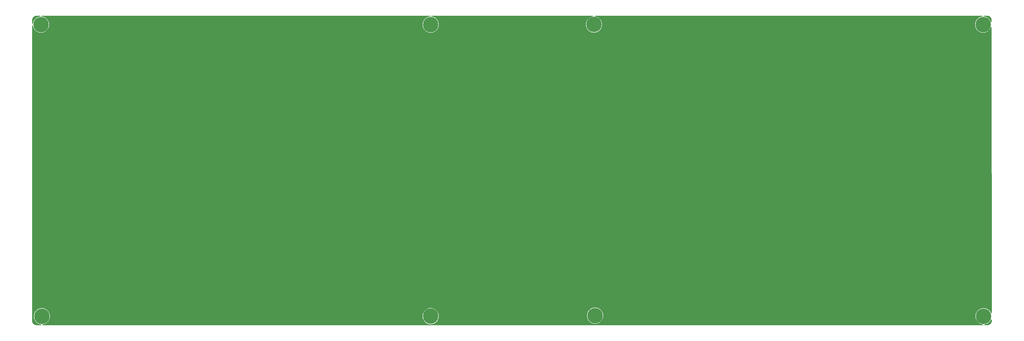
<source format=gbr>
%TF.GenerationSoftware,KiCad,Pcbnew,(6.0.7)*%
%TF.CreationDate,2023-01-10T10:06:49+01:00*%
%TF.ProjectId,skoosk backplate 8 screwholes,736b6f6f-736b-4206-9261-636b706c6174,rev?*%
%TF.SameCoordinates,Original*%
%TF.FileFunction,Copper,L2,Bot*%
%TF.FilePolarity,Positive*%
%FSLAX46Y46*%
G04 Gerber Fmt 4.6, Leading zero omitted, Abs format (unit mm)*
G04 Created by KiCad (PCBNEW (6.0.7)) date 2023-01-10 10:06:49*
%MOMM*%
%LPD*%
G01*
G04 APERTURE LIST*
%TA.AperFunction,ComponentPad*%
%ADD10C,4.400000*%
%TD*%
G04 APERTURE END LIST*
D10*
%TO.P,H3,1,1*%
%TO.N,N/C*%
X162689708Y-91391033D03*
%TD*%
%TO.P,H2,1,1*%
%TO.N,N/C*%
X115887500Y-8509000D03*
%TD*%
%TO.P,H4,1,1*%
%TO.N,N/C*%
X273177000Y-8509000D03*
%TD*%
%TO.P,H3,1,1*%
%TO.N,N/C*%
X162369692Y-8481252D03*
%TD*%
%TO.P,H1,1,1*%
%TO.N,N/C*%
X5207000Y-91567000D03*
%TD*%
%TO.P,H4,1,1*%
%TO.N,N/C*%
X273304000Y-91567000D03*
%TD*%
%TO.P,H1,1,1*%
%TO.N,N/C*%
X4953000Y-8509000D03*
%TD*%
%TO.P,H2,1,1*%
%TO.N,N/C*%
X115887500Y-91537469D03*
%TD*%
%TO.P,H4,1,1*%
%TO.N,N/C*%
X273304000Y-91567000D03*
%TD*%
%TO.P,H1,1,1*%
%TO.N,N/C*%
X5207000Y-91567000D03*
%TD*%
%TO.P,H1,1,1*%
%TO.N,N/C*%
X4953000Y-8509000D03*
%TD*%
%TO.P,H4,1,1*%
%TO.N,N/C*%
X273177000Y-8509000D03*
%TD*%
%TA.AperFunction,NonConductor*%
G36*
X274324935Y-5970388D02*
G01*
X274433342Y-5978912D01*
X274434266Y-5978989D01*
X274465536Y-5981722D01*
X274514073Y-5985966D01*
X274532506Y-5988967D01*
X274591495Y-6003125D01*
X274632792Y-6013037D01*
X274635921Y-6013831D01*
X274719007Y-6036089D01*
X274734600Y-6041382D01*
X274828798Y-6080397D01*
X274833829Y-6082610D01*
X274912696Y-6119383D01*
X274925282Y-6126146D01*
X275011804Y-6179164D01*
X275018240Y-6183383D01*
X275089845Y-6233519D01*
X275099397Y-6240914D01*
X275176445Y-6306719D01*
X275183699Y-6313425D01*
X275245575Y-6375301D01*
X275252281Y-6382555D01*
X275318086Y-6459603D01*
X275325481Y-6469155D01*
X275375617Y-6540760D01*
X275379836Y-6547196D01*
X275432854Y-6633718D01*
X275439616Y-6646301D01*
X275443646Y-6654945D01*
X275476390Y-6725171D01*
X275478603Y-6730202D01*
X275517618Y-6824400D01*
X275522911Y-6839993D01*
X275545169Y-6923079D01*
X275545967Y-6926225D01*
X275570033Y-7026494D01*
X275573034Y-7044927D01*
X275580004Y-7124648D01*
X275580095Y-7125745D01*
X275588614Y-7234091D01*
X275589002Y-7243913D01*
X275589198Y-7695014D01*
X275569226Y-7763144D01*
X275515590Y-7809660D01*
X275445321Y-7819794D01*
X275380727Y-7790329D01*
X275343885Y-7735570D01*
X275308271Y-7630654D01*
X275308271Y-7630653D01*
X275306945Y-7626748D01*
X275173566Y-7356282D01*
X275098512Y-7243955D01*
X275008318Y-7108970D01*
X275008314Y-7108965D01*
X275006025Y-7105539D01*
X275003311Y-7102445D01*
X275003307Y-7102439D01*
X274809898Y-6881900D01*
X274807189Y-6878811D01*
X274745206Y-6824453D01*
X274583561Y-6682693D01*
X274583555Y-6682689D01*
X274580461Y-6679975D01*
X274577035Y-6677686D01*
X274577030Y-6677682D01*
X274333151Y-6514728D01*
X274329718Y-6512434D01*
X274326019Y-6510610D01*
X274326014Y-6510607D01*
X274187166Y-6442135D01*
X274059252Y-6379055D01*
X274048193Y-6375301D01*
X273777604Y-6283448D01*
X273777600Y-6283447D01*
X273773691Y-6282120D01*
X273769647Y-6281316D01*
X273769641Y-6281314D01*
X273481959Y-6224090D01*
X273481953Y-6224089D01*
X273477920Y-6223287D01*
X273473815Y-6223018D01*
X273473808Y-6223017D01*
X273454164Y-6221730D01*
X273387498Y-6197316D01*
X273344614Y-6140734D01*
X273339127Y-6069950D01*
X273372781Y-6007436D01*
X273434889Y-5973041D01*
X273462405Y-5970000D01*
X274315058Y-5970000D01*
X274324935Y-5970388D01*
G37*
%TD.AperFunction*%
%TA.AperFunction,NonConductor*%
G36*
X4735716Y-5990002D02*
G01*
X4782209Y-6043658D01*
X4792313Y-6113932D01*
X4762819Y-6178512D01*
X4703093Y-6216896D01*
X4675836Y-6221730D01*
X4656192Y-6223017D01*
X4656185Y-6223018D01*
X4652080Y-6223287D01*
X4648047Y-6224089D01*
X4648041Y-6224090D01*
X4360359Y-6281314D01*
X4360353Y-6281316D01*
X4356309Y-6282120D01*
X4352400Y-6283447D01*
X4352396Y-6283448D01*
X4081807Y-6375301D01*
X4070748Y-6379055D01*
X3942834Y-6442135D01*
X3803986Y-6510607D01*
X3803981Y-6510610D01*
X3800282Y-6512434D01*
X3796849Y-6514728D01*
X3552970Y-6677682D01*
X3552965Y-6677686D01*
X3549539Y-6679975D01*
X3546445Y-6682689D01*
X3546439Y-6682693D01*
X3384794Y-6824453D01*
X3322811Y-6878811D01*
X3320102Y-6881900D01*
X3126693Y-7102439D01*
X3126689Y-7102445D01*
X3123975Y-7105539D01*
X3121686Y-7108965D01*
X3121682Y-7108970D01*
X3031488Y-7243955D01*
X2956434Y-7356282D01*
X2823055Y-7626748D01*
X2821729Y-7630653D01*
X2821729Y-7630654D01*
X2757525Y-7819794D01*
X2726120Y-7912309D01*
X2725316Y-7916353D01*
X2725314Y-7916359D01*
X2672605Y-8181345D01*
X2639697Y-8244254D01*
X2578002Y-8279386D01*
X2507108Y-8275586D01*
X2449522Y-8234060D01*
X2423527Y-8167993D01*
X2423026Y-8156763D01*
X2423026Y-7243955D01*
X2423414Y-7234070D01*
X2423981Y-7226866D01*
X2431986Y-7125160D01*
X2432047Y-7124425D01*
X2438996Y-7044975D01*
X2441997Y-7026543D01*
X2466140Y-6925978D01*
X2466929Y-6922870D01*
X2489123Y-6840042D01*
X2494416Y-6824453D01*
X2533494Y-6730113D01*
X2535707Y-6725083D01*
X2572411Y-6646370D01*
X2579174Y-6633783D01*
X2632281Y-6547122D01*
X2636499Y-6540688D01*
X2686538Y-6469226D01*
X2693929Y-6459680D01*
X2694004Y-6459593D01*
X2759828Y-6382523D01*
X2766544Y-6375259D01*
X2828287Y-6313516D01*
X2835552Y-6306800D01*
X2912695Y-6240914D01*
X2922254Y-6233512D01*
X2993717Y-6183473D01*
X3000154Y-6179253D01*
X3086816Y-6126147D01*
X3099401Y-6119385D01*
X3178094Y-6082691D01*
X3183125Y-6080477D01*
X3277478Y-6041395D01*
X3293084Y-6036098D01*
X3375825Y-6013927D01*
X3378991Y-6013122D01*
X3479569Y-5988976D01*
X3498002Y-5985974D01*
X3576953Y-5979067D01*
X3578048Y-5978976D01*
X3687171Y-5970388D01*
X3697057Y-5970000D01*
X4667595Y-5970000D01*
X4735716Y-5990002D01*
G37*
%TD.AperFunction*%
%TA.AperFunction,NonConductor*%
G36*
X275571352Y-92496041D02*
G01*
X275616229Y-92551056D01*
X275626109Y-92599911D01*
X275626160Y-92716014D01*
X275626210Y-92832018D01*
X275625822Y-92841955D01*
X275617339Y-92949750D01*
X275617282Y-92950433D01*
X275610216Y-93031149D01*
X275607218Y-93049559D01*
X275583257Y-93149364D01*
X275582464Y-93152485D01*
X275579226Y-93164569D01*
X275560066Y-93236074D01*
X275554768Y-93251679D01*
X275515901Y-93345515D01*
X275513688Y-93350546D01*
X275495558Y-93389426D01*
X275476746Y-93429768D01*
X275469987Y-93442348D01*
X275417111Y-93528634D01*
X275412912Y-93535038D01*
X275391658Y-93565393D01*
X275362583Y-93606916D01*
X275355181Y-93616475D01*
X275289570Y-93693296D01*
X275282855Y-93700561D01*
X275220769Y-93762648D01*
X275213503Y-93769364D01*
X275136682Y-93834975D01*
X275127124Y-93842376D01*
X275055267Y-93892692D01*
X275048830Y-93896912D01*
X274962565Y-93949776D01*
X274949981Y-93956538D01*
X274870761Y-93993480D01*
X274865749Y-93995686D01*
X274771880Y-94034569D01*
X274756284Y-94039862D01*
X274672697Y-94062260D01*
X274669548Y-94063060D01*
X274621840Y-94074514D01*
X274569792Y-94087010D01*
X274551362Y-94090012D01*
X274527382Y-94092111D01*
X274470039Y-94097128D01*
X274469324Y-94097188D01*
X274362294Y-94105612D01*
X274352409Y-94106000D01*
X273589405Y-94106000D01*
X273521284Y-94085998D01*
X273474791Y-94032342D01*
X273464687Y-93962068D01*
X273494181Y-93897488D01*
X273553907Y-93859104D01*
X273581164Y-93854270D01*
X273600808Y-93852983D01*
X273600815Y-93852982D01*
X273604920Y-93852713D01*
X273608953Y-93851911D01*
X273608959Y-93851910D01*
X273896641Y-93794686D01*
X273896647Y-93794684D01*
X273900691Y-93793880D01*
X273904600Y-93792553D01*
X273904604Y-93792552D01*
X274182346Y-93698271D01*
X274182347Y-93698271D01*
X274186252Y-93696945D01*
X274349429Y-93616475D01*
X274453014Y-93565393D01*
X274453019Y-93565390D01*
X274456718Y-93563566D01*
X274518471Y-93522304D01*
X274704030Y-93398318D01*
X274704035Y-93398314D01*
X274707461Y-93396025D01*
X274710555Y-93393311D01*
X274710561Y-93393307D01*
X274931100Y-93199898D01*
X274934189Y-93197189D01*
X275063644Y-93049575D01*
X275130307Y-92973561D01*
X275130311Y-92973555D01*
X275133025Y-92970461D01*
X275146333Y-92950545D01*
X275298272Y-92723151D01*
X275300566Y-92719718D01*
X275387103Y-92544238D01*
X275435171Y-92491989D01*
X275503857Y-92474022D01*
X275571352Y-92496041D01*
G37*
%TD.AperFunction*%
%TA.AperFunction,NonConductor*%
G36*
X115670216Y-5990002D02*
G01*
X115716709Y-6043658D01*
X115726813Y-6113932D01*
X115697319Y-6178512D01*
X115637593Y-6216896D01*
X115610336Y-6221730D01*
X115590692Y-6223017D01*
X115590685Y-6223018D01*
X115586580Y-6223287D01*
X115582547Y-6224089D01*
X115582541Y-6224090D01*
X115294859Y-6281314D01*
X115294853Y-6281316D01*
X115290809Y-6282120D01*
X115286900Y-6283447D01*
X115286896Y-6283448D01*
X115016307Y-6375301D01*
X115005248Y-6379055D01*
X114877334Y-6442135D01*
X114738486Y-6510607D01*
X114738481Y-6510610D01*
X114734782Y-6512434D01*
X114731349Y-6514728D01*
X114487470Y-6677682D01*
X114487465Y-6677686D01*
X114484039Y-6679975D01*
X114480945Y-6682689D01*
X114480939Y-6682693D01*
X114319294Y-6824453D01*
X114257311Y-6878811D01*
X114254602Y-6881900D01*
X114061193Y-7102439D01*
X114061189Y-7102445D01*
X114058475Y-7105539D01*
X114056186Y-7108965D01*
X114056182Y-7108970D01*
X113965988Y-7243955D01*
X113890934Y-7356282D01*
X113757555Y-7626748D01*
X113756229Y-7630653D01*
X113756229Y-7630654D01*
X113692025Y-7819794D01*
X113660620Y-7912309D01*
X113659816Y-7916353D01*
X113659814Y-7916359D01*
X113606489Y-8184444D01*
X113601787Y-8208080D01*
X113582064Y-8509000D01*
X113582334Y-8513119D01*
X113600686Y-8793116D01*
X113601787Y-8809920D01*
X113602589Y-8813953D01*
X113602590Y-8813959D01*
X113659814Y-9101641D01*
X113660620Y-9105691D01*
X113661947Y-9109600D01*
X113661948Y-9109604D01*
X113712051Y-9257201D01*
X113757555Y-9391252D01*
X113759379Y-9394950D01*
X113875424Y-9630266D01*
X113890934Y-9661718D01*
X113893228Y-9665151D01*
X114042006Y-9887813D01*
X114058475Y-9912461D01*
X114061189Y-9915555D01*
X114061193Y-9915561D01*
X114235352Y-10114150D01*
X114257311Y-10139189D01*
X114260400Y-10141898D01*
X114480939Y-10335307D01*
X114480945Y-10335311D01*
X114484039Y-10338025D01*
X114487465Y-10340314D01*
X114487470Y-10340318D01*
X114675033Y-10465643D01*
X114734782Y-10505566D01*
X114738481Y-10507390D01*
X114738486Y-10507393D01*
X114877334Y-10575865D01*
X115005248Y-10638945D01*
X115009153Y-10640271D01*
X115009154Y-10640271D01*
X115286896Y-10734552D01*
X115286900Y-10734553D01*
X115290809Y-10735880D01*
X115294853Y-10736684D01*
X115294859Y-10736686D01*
X115582541Y-10793910D01*
X115582547Y-10793911D01*
X115586580Y-10794713D01*
X115590685Y-10794982D01*
X115590692Y-10794983D01*
X115883381Y-10814166D01*
X115887500Y-10814436D01*
X115891619Y-10814166D01*
X116184308Y-10794983D01*
X116184315Y-10794982D01*
X116188420Y-10794713D01*
X116192453Y-10793911D01*
X116192459Y-10793910D01*
X116480141Y-10736686D01*
X116480147Y-10736684D01*
X116484191Y-10735880D01*
X116488100Y-10734553D01*
X116488104Y-10734552D01*
X116765846Y-10640271D01*
X116765847Y-10640271D01*
X116769752Y-10638945D01*
X116897666Y-10575865D01*
X117036514Y-10507393D01*
X117036519Y-10507390D01*
X117040218Y-10505566D01*
X117099967Y-10465643D01*
X117287530Y-10340318D01*
X117287535Y-10340314D01*
X117290961Y-10338025D01*
X117294055Y-10335311D01*
X117294061Y-10335307D01*
X117514600Y-10141898D01*
X117517689Y-10139189D01*
X117539648Y-10114150D01*
X117713807Y-9915561D01*
X117713811Y-9915555D01*
X117716525Y-9912461D01*
X117732995Y-9887813D01*
X117881772Y-9665151D01*
X117884066Y-9661718D01*
X117899577Y-9630266D01*
X118015621Y-9394950D01*
X118017445Y-9391252D01*
X118062949Y-9257201D01*
X118113052Y-9109604D01*
X118113053Y-9109600D01*
X118114380Y-9105691D01*
X118115186Y-9101641D01*
X118172410Y-8813959D01*
X118172411Y-8813953D01*
X118173213Y-8809920D01*
X118174315Y-8793116D01*
X118192666Y-8513119D01*
X118192936Y-8509000D01*
X118173213Y-8208080D01*
X118168512Y-8184444D01*
X118115186Y-7916359D01*
X118115184Y-7916353D01*
X118114380Y-7912309D01*
X118082976Y-7819794D01*
X118018771Y-7630654D01*
X118018771Y-7630653D01*
X118017445Y-7626748D01*
X117884066Y-7356282D01*
X117809012Y-7243955D01*
X117718818Y-7108970D01*
X117718814Y-7108965D01*
X117716525Y-7105539D01*
X117713811Y-7102445D01*
X117713807Y-7102439D01*
X117520398Y-6881900D01*
X117517689Y-6878811D01*
X117455706Y-6824453D01*
X117294061Y-6682693D01*
X117294055Y-6682689D01*
X117290961Y-6679975D01*
X117287535Y-6677686D01*
X117287530Y-6677682D01*
X117043651Y-6514728D01*
X117040218Y-6512434D01*
X117036519Y-6510610D01*
X117036514Y-6510607D01*
X116897666Y-6442135D01*
X116769752Y-6379055D01*
X116758693Y-6375301D01*
X116488104Y-6283448D01*
X116488100Y-6283447D01*
X116484191Y-6282120D01*
X116480147Y-6281316D01*
X116480141Y-6281314D01*
X116192459Y-6224090D01*
X116192453Y-6224089D01*
X116188420Y-6223287D01*
X116184315Y-6223018D01*
X116184308Y-6223017D01*
X116164664Y-6221730D01*
X116097998Y-6197316D01*
X116055114Y-6140734D01*
X116049627Y-6069950D01*
X116083281Y-6007436D01*
X116145389Y-5973041D01*
X116172905Y-5970000D01*
X161923334Y-5970000D01*
X161991455Y-5990002D01*
X162037948Y-6043658D01*
X162048052Y-6113932D01*
X162018558Y-6178512D01*
X161958832Y-6216896D01*
X161947916Y-6219579D01*
X161777051Y-6253566D01*
X161777045Y-6253568D01*
X161773001Y-6254372D01*
X161769092Y-6255699D01*
X161769088Y-6255700D01*
X161515788Y-6341684D01*
X161487440Y-6351307D01*
X161424053Y-6382566D01*
X161220678Y-6482859D01*
X161220673Y-6482862D01*
X161216974Y-6484686D01*
X161175446Y-6512434D01*
X160969662Y-6649934D01*
X160969657Y-6649938D01*
X160966231Y-6652227D01*
X160963137Y-6654941D01*
X160963131Y-6654945D01*
X160769906Y-6824400D01*
X160739503Y-6851063D01*
X160736794Y-6854152D01*
X160543385Y-7074691D01*
X160543381Y-7074697D01*
X160540667Y-7077791D01*
X160538378Y-7081217D01*
X160538374Y-7081222D01*
X160508625Y-7125745D01*
X160373126Y-7328534D01*
X160371302Y-7332233D01*
X160371299Y-7332238D01*
X160302827Y-7471086D01*
X160239747Y-7599000D01*
X160238421Y-7602905D01*
X160238421Y-7602906D01*
X160184028Y-7763144D01*
X160142812Y-7884561D01*
X160142008Y-7888605D01*
X160142006Y-7888611D01*
X160137293Y-7912309D01*
X160083979Y-8180332D01*
X160083710Y-8184437D01*
X160083709Y-8184444D01*
X160065672Y-8459654D01*
X160064256Y-8481252D01*
X160064526Y-8485371D01*
X160082920Y-8766013D01*
X160083979Y-8782172D01*
X160084781Y-8786205D01*
X160084782Y-8786211D01*
X160092645Y-8825739D01*
X160142812Y-9077943D01*
X160239747Y-9363504D01*
X160373126Y-9633970D01*
X160540667Y-9884713D01*
X160543381Y-9887807D01*
X160543385Y-9887813D01*
X160565001Y-9912461D01*
X160739503Y-10111441D01*
X160742592Y-10114150D01*
X160963131Y-10307559D01*
X160963137Y-10307563D01*
X160966231Y-10310277D01*
X160969657Y-10312566D01*
X160969662Y-10312570D01*
X161157225Y-10437895D01*
X161216974Y-10477818D01*
X161220673Y-10479642D01*
X161220678Y-10479645D01*
X161273241Y-10505566D01*
X161487440Y-10611197D01*
X161491345Y-10612523D01*
X161491346Y-10612523D01*
X161769088Y-10706804D01*
X161769092Y-10706805D01*
X161773001Y-10708132D01*
X161777045Y-10708936D01*
X161777051Y-10708938D01*
X162064733Y-10766162D01*
X162064739Y-10766163D01*
X162068772Y-10766965D01*
X162072877Y-10767234D01*
X162072884Y-10767235D01*
X162365573Y-10786418D01*
X162369692Y-10786688D01*
X162373811Y-10786418D01*
X162666500Y-10767235D01*
X162666507Y-10767234D01*
X162670612Y-10766965D01*
X162674645Y-10766163D01*
X162674651Y-10766162D01*
X162962333Y-10708938D01*
X162962339Y-10708936D01*
X162966383Y-10708132D01*
X162970292Y-10706805D01*
X162970296Y-10706804D01*
X163248038Y-10612523D01*
X163248039Y-10612523D01*
X163251944Y-10611197D01*
X163466143Y-10505566D01*
X163518706Y-10479645D01*
X163518711Y-10479642D01*
X163522410Y-10477818D01*
X163582159Y-10437895D01*
X163769722Y-10312570D01*
X163769727Y-10312566D01*
X163773153Y-10310277D01*
X163776247Y-10307563D01*
X163776253Y-10307559D01*
X163996792Y-10114150D01*
X163999881Y-10111441D01*
X164174383Y-9912461D01*
X164195999Y-9887813D01*
X164196003Y-9887807D01*
X164198717Y-9884713D01*
X164366258Y-9633970D01*
X164499637Y-9363504D01*
X164596572Y-9077943D01*
X164646739Y-8825739D01*
X164654602Y-8786211D01*
X164654603Y-8786205D01*
X164655405Y-8782172D01*
X164656465Y-8766013D01*
X164674858Y-8485371D01*
X164675128Y-8481252D01*
X164673712Y-8459654D01*
X164655675Y-8184444D01*
X164655674Y-8184437D01*
X164655405Y-8180332D01*
X164602092Y-7912309D01*
X164597378Y-7888611D01*
X164597376Y-7888605D01*
X164596572Y-7884561D01*
X164555357Y-7763144D01*
X164500963Y-7602906D01*
X164500963Y-7602905D01*
X164499637Y-7599000D01*
X164436557Y-7471086D01*
X164368085Y-7332238D01*
X164368082Y-7332233D01*
X164366258Y-7328534D01*
X164230759Y-7125745D01*
X164201010Y-7081222D01*
X164201006Y-7081217D01*
X164198717Y-7077791D01*
X164196003Y-7074697D01*
X164195999Y-7074691D01*
X164002590Y-6854152D01*
X163999881Y-6851063D01*
X163969478Y-6824400D01*
X163776253Y-6654945D01*
X163776247Y-6654941D01*
X163773153Y-6652227D01*
X163769727Y-6649938D01*
X163769722Y-6649934D01*
X163563938Y-6512434D01*
X163522410Y-6484686D01*
X163518711Y-6482862D01*
X163518706Y-6482859D01*
X163315331Y-6382566D01*
X163251944Y-6351307D01*
X163223596Y-6341684D01*
X162970296Y-6255700D01*
X162970292Y-6255699D01*
X162966383Y-6254372D01*
X162962339Y-6253568D01*
X162962333Y-6253566D01*
X162791468Y-6219579D01*
X162728559Y-6186671D01*
X162693427Y-6124976D01*
X162697227Y-6054082D01*
X162738753Y-5996496D01*
X162804820Y-5970501D01*
X162816050Y-5970000D01*
X272891595Y-5970000D01*
X272959716Y-5990002D01*
X273006209Y-6043658D01*
X273016313Y-6113932D01*
X272986819Y-6178512D01*
X272927093Y-6216896D01*
X272899836Y-6221730D01*
X272880192Y-6223017D01*
X272880185Y-6223018D01*
X272876080Y-6223287D01*
X272872047Y-6224089D01*
X272872041Y-6224090D01*
X272584359Y-6281314D01*
X272584353Y-6281316D01*
X272580309Y-6282120D01*
X272576400Y-6283447D01*
X272576396Y-6283448D01*
X272305807Y-6375301D01*
X272294748Y-6379055D01*
X272166834Y-6442135D01*
X272027986Y-6510607D01*
X272027981Y-6510610D01*
X272024282Y-6512434D01*
X272020849Y-6514728D01*
X271776970Y-6677682D01*
X271776965Y-6677686D01*
X271773539Y-6679975D01*
X271770445Y-6682689D01*
X271770439Y-6682693D01*
X271608794Y-6824453D01*
X271546811Y-6878811D01*
X271544102Y-6881900D01*
X271350693Y-7102439D01*
X271350689Y-7102445D01*
X271347975Y-7105539D01*
X271345686Y-7108965D01*
X271345682Y-7108970D01*
X271255488Y-7243955D01*
X271180434Y-7356282D01*
X271047055Y-7626748D01*
X271045729Y-7630653D01*
X271045729Y-7630654D01*
X270981525Y-7819794D01*
X270950120Y-7912309D01*
X270949316Y-7916353D01*
X270949314Y-7916359D01*
X270895989Y-8184444D01*
X270891287Y-8208080D01*
X270871564Y-8509000D01*
X270871834Y-8513119D01*
X270890186Y-8793116D01*
X270891287Y-8809920D01*
X270892089Y-8813953D01*
X270892090Y-8813959D01*
X270949314Y-9101641D01*
X270950120Y-9105691D01*
X270951447Y-9109600D01*
X270951448Y-9109604D01*
X271001551Y-9257201D01*
X271047055Y-9391252D01*
X271048879Y-9394950D01*
X271164924Y-9630266D01*
X271180434Y-9661718D01*
X271182728Y-9665151D01*
X271331506Y-9887813D01*
X271347975Y-9912461D01*
X271350689Y-9915555D01*
X271350693Y-9915561D01*
X271524852Y-10114150D01*
X271546811Y-10139189D01*
X271549900Y-10141898D01*
X271770439Y-10335307D01*
X271770445Y-10335311D01*
X271773539Y-10338025D01*
X271776965Y-10340314D01*
X271776970Y-10340318D01*
X271964533Y-10465643D01*
X272024282Y-10505566D01*
X272027981Y-10507390D01*
X272027986Y-10507393D01*
X272166834Y-10575865D01*
X272294748Y-10638945D01*
X272298653Y-10640271D01*
X272298654Y-10640271D01*
X272576396Y-10734552D01*
X272576400Y-10734553D01*
X272580309Y-10735880D01*
X272584353Y-10736684D01*
X272584359Y-10736686D01*
X272872041Y-10793910D01*
X272872047Y-10793911D01*
X272876080Y-10794713D01*
X272880185Y-10794982D01*
X272880192Y-10794983D01*
X273172881Y-10814166D01*
X273177000Y-10814436D01*
X273181119Y-10814166D01*
X273473808Y-10794983D01*
X273473815Y-10794982D01*
X273477920Y-10794713D01*
X273481953Y-10793911D01*
X273481959Y-10793910D01*
X273769641Y-10736686D01*
X273769647Y-10736684D01*
X273773691Y-10735880D01*
X273777600Y-10734553D01*
X273777604Y-10734552D01*
X274055346Y-10640271D01*
X274055347Y-10640271D01*
X274059252Y-10638945D01*
X274187166Y-10575865D01*
X274326014Y-10507393D01*
X274326019Y-10507390D01*
X274329718Y-10505566D01*
X274389467Y-10465643D01*
X274577030Y-10340318D01*
X274577035Y-10340314D01*
X274580461Y-10338025D01*
X274583555Y-10335311D01*
X274583561Y-10335307D01*
X274804100Y-10141898D01*
X274807189Y-10139189D01*
X274829148Y-10114150D01*
X275003307Y-9915561D01*
X275003311Y-9915555D01*
X275006025Y-9912461D01*
X275022495Y-9887813D01*
X275171272Y-9665151D01*
X275173566Y-9661718D01*
X275189077Y-9630266D01*
X275305121Y-9394950D01*
X275306945Y-9391252D01*
X275344592Y-9280346D01*
X275385429Y-9222271D01*
X275451182Y-9195493D01*
X275520974Y-9208514D01*
X275572648Y-9257201D01*
X275589905Y-9320794D01*
X275590533Y-10766162D01*
X275625210Y-90532156D01*
X275605238Y-90600286D01*
X275551602Y-90646802D01*
X275481333Y-90656936D01*
X275416739Y-90627471D01*
X275386204Y-90587939D01*
X275302393Y-90417986D01*
X275302390Y-90417981D01*
X275300566Y-90414282D01*
X275133025Y-90163539D01*
X275130311Y-90160445D01*
X275130307Y-90160439D01*
X274936898Y-89939900D01*
X274934189Y-89936811D01*
X274904038Y-89910369D01*
X274710561Y-89740693D01*
X274710555Y-89740689D01*
X274707461Y-89737975D01*
X274704035Y-89735686D01*
X274704030Y-89735682D01*
X274460151Y-89572728D01*
X274456718Y-89570434D01*
X274453019Y-89568610D01*
X274453014Y-89568607D01*
X274314166Y-89500135D01*
X274186252Y-89437055D01*
X274099257Y-89407524D01*
X273904604Y-89341448D01*
X273904600Y-89341447D01*
X273900691Y-89340120D01*
X273896647Y-89339316D01*
X273896641Y-89339314D01*
X273608959Y-89282090D01*
X273608953Y-89282089D01*
X273604920Y-89281287D01*
X273600815Y-89281018D01*
X273600808Y-89281017D01*
X273308119Y-89261834D01*
X273304000Y-89261564D01*
X273299881Y-89261834D01*
X273007192Y-89281017D01*
X273007185Y-89281018D01*
X273003080Y-89281287D01*
X272999047Y-89282089D01*
X272999041Y-89282090D01*
X272711359Y-89339314D01*
X272711353Y-89339316D01*
X272707309Y-89340120D01*
X272703400Y-89341447D01*
X272703396Y-89341448D01*
X272508743Y-89407524D01*
X272421748Y-89437055D01*
X272293834Y-89500135D01*
X272154986Y-89568607D01*
X272154981Y-89568610D01*
X272151282Y-89570434D01*
X272147849Y-89572728D01*
X271903970Y-89735682D01*
X271903965Y-89735686D01*
X271900539Y-89737975D01*
X271897445Y-89740689D01*
X271897439Y-89740693D01*
X271703962Y-89910369D01*
X271673811Y-89936811D01*
X271671102Y-89939900D01*
X271477693Y-90160439D01*
X271477689Y-90160445D01*
X271474975Y-90163539D01*
X271307434Y-90414282D01*
X271174055Y-90684748D01*
X271172729Y-90688653D01*
X271172729Y-90688654D01*
X271085770Y-90944828D01*
X271077120Y-90970309D01*
X271076316Y-90974353D01*
X271076314Y-90974359D01*
X271024965Y-91232510D01*
X271018287Y-91266080D01*
X270998564Y-91567000D01*
X271018287Y-91867920D01*
X271019089Y-91871953D01*
X271019090Y-91871959D01*
X271072024Y-92138073D01*
X271077120Y-92163691D01*
X271078447Y-92167600D01*
X271078448Y-92167604D01*
X271165286Y-92423419D01*
X271174055Y-92449252D01*
X271307434Y-92719718D01*
X271309728Y-92723151D01*
X271461668Y-92950545D01*
X271474975Y-92970461D01*
X271477689Y-92973555D01*
X271477693Y-92973561D01*
X271544356Y-93049575D01*
X271673811Y-93197189D01*
X271676900Y-93199898D01*
X271897439Y-93393307D01*
X271897445Y-93393311D01*
X271900539Y-93396025D01*
X271903965Y-93398314D01*
X271903970Y-93398318D01*
X272089529Y-93522304D01*
X272151282Y-93563566D01*
X272154981Y-93565390D01*
X272154986Y-93565393D01*
X272258571Y-93616475D01*
X272421748Y-93696945D01*
X272425653Y-93698271D01*
X272425654Y-93698271D01*
X272703396Y-93792552D01*
X272703400Y-93792553D01*
X272707309Y-93793880D01*
X272711353Y-93794684D01*
X272711359Y-93794686D01*
X272999041Y-93851910D01*
X272999047Y-93851911D01*
X273003080Y-93852713D01*
X273007185Y-93852982D01*
X273007192Y-93852983D01*
X273026836Y-93854270D01*
X273093502Y-93878684D01*
X273136386Y-93935266D01*
X273141873Y-94006050D01*
X273108219Y-94068564D01*
X273046111Y-94102959D01*
X273018595Y-94106000D01*
X5492405Y-94106000D01*
X5424284Y-94085998D01*
X5377791Y-94032342D01*
X5367687Y-93962068D01*
X5397181Y-93897488D01*
X5456907Y-93859104D01*
X5484164Y-93854270D01*
X5503808Y-93852983D01*
X5503815Y-93852982D01*
X5507920Y-93852713D01*
X5511953Y-93851911D01*
X5511959Y-93851910D01*
X5799641Y-93794686D01*
X5799647Y-93794684D01*
X5803691Y-93793880D01*
X5807600Y-93792553D01*
X5807604Y-93792552D01*
X6085346Y-93698271D01*
X6085347Y-93698271D01*
X6089252Y-93696945D01*
X6252429Y-93616475D01*
X6356014Y-93565393D01*
X6356019Y-93565390D01*
X6359718Y-93563566D01*
X6421471Y-93522304D01*
X6607030Y-93398318D01*
X6607035Y-93398314D01*
X6610461Y-93396025D01*
X6613555Y-93393311D01*
X6613561Y-93393307D01*
X6834100Y-93199898D01*
X6837189Y-93197189D01*
X6966644Y-93049575D01*
X7033307Y-92973561D01*
X7033311Y-92973555D01*
X7036025Y-92970461D01*
X7049333Y-92950545D01*
X7201272Y-92723151D01*
X7203566Y-92719718D01*
X7336945Y-92449252D01*
X7345714Y-92423419D01*
X7432552Y-92167604D01*
X7432553Y-92167600D01*
X7433880Y-92163691D01*
X7438976Y-92138073D01*
X7491910Y-91871959D01*
X7491911Y-91871953D01*
X7492713Y-91867920D01*
X7512436Y-91567000D01*
X7510500Y-91537469D01*
X113582064Y-91537469D01*
X113601787Y-91838389D01*
X113602589Y-91842422D01*
X113602590Y-91842428D01*
X113632270Y-91991637D01*
X113660620Y-92134160D01*
X113661947Y-92138069D01*
X113661948Y-92138073D01*
X113709102Y-92276983D01*
X113757555Y-92419721D01*
X113890934Y-92690187D01*
X113893228Y-92693620D01*
X113988900Y-92836803D01*
X114058475Y-92940930D01*
X114061189Y-92944024D01*
X114061193Y-92944030D01*
X114254602Y-93164569D01*
X114257311Y-93167658D01*
X114260400Y-93170367D01*
X114480939Y-93363776D01*
X114480945Y-93363780D01*
X114484039Y-93366494D01*
X114487465Y-93368783D01*
X114487470Y-93368787D01*
X114578663Y-93429720D01*
X114734782Y-93534035D01*
X114738481Y-93535859D01*
X114738486Y-93535862D01*
X114840941Y-93586387D01*
X115005248Y-93667414D01*
X115009153Y-93668740D01*
X115009154Y-93668740D01*
X115286896Y-93763021D01*
X115286900Y-93763022D01*
X115290809Y-93764349D01*
X115294853Y-93765153D01*
X115294859Y-93765155D01*
X115582541Y-93822379D01*
X115582547Y-93822380D01*
X115586580Y-93823182D01*
X115590685Y-93823451D01*
X115590692Y-93823452D01*
X115865902Y-93841489D01*
X115879979Y-93842412D01*
X115883381Y-93842635D01*
X115887500Y-93842905D01*
X115891619Y-93842635D01*
X115895022Y-93842412D01*
X115909098Y-93841489D01*
X116184308Y-93823452D01*
X116184315Y-93823451D01*
X116188420Y-93823182D01*
X116192453Y-93822380D01*
X116192459Y-93822379D01*
X116480141Y-93765155D01*
X116480147Y-93765153D01*
X116484191Y-93764349D01*
X116488100Y-93763022D01*
X116488104Y-93763021D01*
X116765846Y-93668740D01*
X116765847Y-93668740D01*
X116769752Y-93667414D01*
X116934059Y-93586387D01*
X117036514Y-93535862D01*
X117036519Y-93535859D01*
X117040218Y-93534035D01*
X117196337Y-93429720D01*
X117287530Y-93368787D01*
X117287535Y-93368783D01*
X117290961Y-93366494D01*
X117294055Y-93363780D01*
X117294061Y-93363776D01*
X117514600Y-93170367D01*
X117517689Y-93167658D01*
X117520398Y-93164569D01*
X117713807Y-92944030D01*
X117713811Y-92944024D01*
X117716525Y-92940930D01*
X117786101Y-92836803D01*
X117881772Y-92693620D01*
X117884066Y-92690187D01*
X118017445Y-92419721D01*
X118065898Y-92276983D01*
X118113052Y-92138073D01*
X118113053Y-92138069D01*
X118114380Y-92134160D01*
X118142730Y-91991637D01*
X118172410Y-91842428D01*
X118172411Y-91842422D01*
X118173213Y-91838389D01*
X118192936Y-91537469D01*
X118183338Y-91391033D01*
X160384272Y-91391033D01*
X160384542Y-91395152D01*
X160394140Y-91541588D01*
X160403995Y-91691953D01*
X160404797Y-91695986D01*
X160404798Y-91695992D01*
X160462022Y-91983674D01*
X160462828Y-91987724D01*
X160464155Y-91991633D01*
X160464156Y-91991637D01*
X160521186Y-92159641D01*
X160559763Y-92273285D01*
X160693142Y-92543751D01*
X160860683Y-92794494D01*
X160863397Y-92797588D01*
X160863401Y-92797594D01*
X161017721Y-92973561D01*
X161059519Y-93021222D01*
X161062608Y-93023931D01*
X161283147Y-93217340D01*
X161283153Y-93217344D01*
X161286247Y-93220058D01*
X161289673Y-93222347D01*
X161289678Y-93222351D01*
X161333499Y-93251631D01*
X161536990Y-93387599D01*
X161540689Y-93389423D01*
X161540694Y-93389426D01*
X161588733Y-93413116D01*
X161807456Y-93520978D01*
X161811361Y-93522304D01*
X161811362Y-93522304D01*
X162089104Y-93616585D01*
X162089108Y-93616586D01*
X162093017Y-93617913D01*
X162097061Y-93618717D01*
X162097067Y-93618719D01*
X162384749Y-93675943D01*
X162384755Y-93675944D01*
X162388788Y-93676746D01*
X162392893Y-93677015D01*
X162392900Y-93677016D01*
X162685589Y-93696199D01*
X162689708Y-93696469D01*
X162693827Y-93696199D01*
X162986516Y-93677016D01*
X162986523Y-93677015D01*
X162990628Y-93676746D01*
X162994661Y-93675944D01*
X162994667Y-93675943D01*
X163282349Y-93618719D01*
X163282355Y-93618717D01*
X163286399Y-93617913D01*
X163290308Y-93616586D01*
X163290312Y-93616585D01*
X163568054Y-93522304D01*
X163568055Y-93522304D01*
X163571960Y-93520978D01*
X163790683Y-93413116D01*
X163838722Y-93389426D01*
X163838727Y-93389423D01*
X163842426Y-93387599D01*
X164045917Y-93251631D01*
X164089738Y-93222351D01*
X164089743Y-93222347D01*
X164093169Y-93220058D01*
X164096263Y-93217344D01*
X164096269Y-93217340D01*
X164316808Y-93023931D01*
X164319897Y-93021222D01*
X164361695Y-92973561D01*
X164516015Y-92797594D01*
X164516019Y-92797588D01*
X164518733Y-92794494D01*
X164686274Y-92543751D01*
X164819653Y-92273285D01*
X164858230Y-92159641D01*
X164915260Y-91991637D01*
X164915261Y-91991633D01*
X164916588Y-91987724D01*
X164917394Y-91983674D01*
X164974618Y-91695992D01*
X164974619Y-91695986D01*
X164975421Y-91691953D01*
X164985277Y-91541588D01*
X164994874Y-91395152D01*
X164995144Y-91391033D01*
X164975421Y-91090113D01*
X164951591Y-90970309D01*
X164917394Y-90798392D01*
X164917392Y-90798386D01*
X164916588Y-90794342D01*
X164869362Y-90655217D01*
X164820979Y-90512687D01*
X164820979Y-90512686D01*
X164819653Y-90508781D01*
X164686274Y-90238315D01*
X164518733Y-89987572D01*
X164516019Y-89984478D01*
X164516015Y-89984472D01*
X164322606Y-89763933D01*
X164319897Y-89760844D01*
X164105393Y-89572728D01*
X164096269Y-89564726D01*
X164096263Y-89564722D01*
X164093169Y-89562008D01*
X164089743Y-89559719D01*
X164089738Y-89559715D01*
X163845859Y-89396761D01*
X163842426Y-89394467D01*
X163838727Y-89392643D01*
X163838722Y-89392640D01*
X163670704Y-89309783D01*
X163571960Y-89261088D01*
X163568054Y-89259762D01*
X163290312Y-89165481D01*
X163290308Y-89165480D01*
X163286399Y-89164153D01*
X163282355Y-89163349D01*
X163282349Y-89163347D01*
X162994667Y-89106123D01*
X162994661Y-89106122D01*
X162990628Y-89105320D01*
X162986523Y-89105051D01*
X162986516Y-89105050D01*
X162693827Y-89085867D01*
X162689708Y-89085597D01*
X162685589Y-89085867D01*
X162392900Y-89105050D01*
X162392893Y-89105051D01*
X162388788Y-89105320D01*
X162384755Y-89106122D01*
X162384749Y-89106123D01*
X162097067Y-89163347D01*
X162097061Y-89163349D01*
X162093017Y-89164153D01*
X162089108Y-89165480D01*
X162089104Y-89165481D01*
X161811362Y-89259762D01*
X161807456Y-89261088D01*
X161708712Y-89309783D01*
X161540694Y-89392640D01*
X161540689Y-89392643D01*
X161536990Y-89394467D01*
X161533557Y-89396761D01*
X161289678Y-89559715D01*
X161289673Y-89559719D01*
X161286247Y-89562008D01*
X161283153Y-89564722D01*
X161283147Y-89564726D01*
X161274023Y-89572728D01*
X161059519Y-89760844D01*
X161056810Y-89763933D01*
X160863401Y-89984472D01*
X160863397Y-89984478D01*
X160860683Y-89987572D01*
X160693142Y-90238315D01*
X160559763Y-90508781D01*
X160558437Y-90512686D01*
X160558437Y-90512687D01*
X160510055Y-90655217D01*
X160462828Y-90794342D01*
X160462024Y-90798386D01*
X160462022Y-90798392D01*
X160427826Y-90970309D01*
X160403995Y-91090113D01*
X160384272Y-91391033D01*
X118183338Y-91391033D01*
X118173483Y-91240661D01*
X118173482Y-91240654D01*
X118173213Y-91236549D01*
X118143282Y-91086074D01*
X118115186Y-90944828D01*
X118115184Y-90944822D01*
X118114380Y-90940778D01*
X118066047Y-90798392D01*
X118018771Y-90659123D01*
X118018771Y-90659122D01*
X118017445Y-90655217D01*
X117884066Y-90384751D01*
X117783927Y-90234882D01*
X117718818Y-90137439D01*
X117718814Y-90137434D01*
X117716525Y-90134008D01*
X117713811Y-90130914D01*
X117713807Y-90130908D01*
X117520398Y-89910369D01*
X117517689Y-89907280D01*
X117354234Y-89763933D01*
X117294061Y-89711162D01*
X117294055Y-89711158D01*
X117290961Y-89708444D01*
X117287535Y-89706155D01*
X117287530Y-89706151D01*
X117099967Y-89580826D01*
X117040218Y-89540903D01*
X117036519Y-89539079D01*
X117036514Y-89539076D01*
X116897666Y-89470604D01*
X116769752Y-89407524D01*
X116765846Y-89406198D01*
X116488104Y-89311917D01*
X116488100Y-89311916D01*
X116484191Y-89310589D01*
X116480147Y-89309785D01*
X116480141Y-89309783D01*
X116192459Y-89252559D01*
X116192453Y-89252558D01*
X116188420Y-89251756D01*
X116184315Y-89251487D01*
X116184308Y-89251486D01*
X115891619Y-89232303D01*
X115887500Y-89232033D01*
X115883381Y-89232303D01*
X115590692Y-89251486D01*
X115590685Y-89251487D01*
X115586580Y-89251756D01*
X115582547Y-89252558D01*
X115582541Y-89252559D01*
X115294859Y-89309783D01*
X115294853Y-89309785D01*
X115290809Y-89310589D01*
X115286900Y-89311916D01*
X115286896Y-89311917D01*
X115009154Y-89406198D01*
X115005248Y-89407524D01*
X114877334Y-89470604D01*
X114738486Y-89539076D01*
X114738481Y-89539079D01*
X114734782Y-89540903D01*
X114675033Y-89580826D01*
X114487470Y-89706151D01*
X114487465Y-89706155D01*
X114484039Y-89708444D01*
X114480945Y-89711158D01*
X114480939Y-89711162D01*
X114420766Y-89763933D01*
X114257311Y-89907280D01*
X114254602Y-89910369D01*
X114061193Y-90130908D01*
X114061189Y-90130914D01*
X114058475Y-90134008D01*
X114056186Y-90137434D01*
X114056182Y-90137439D01*
X113991073Y-90234882D01*
X113890934Y-90384751D01*
X113757555Y-90655217D01*
X113756229Y-90659122D01*
X113756229Y-90659123D01*
X113708954Y-90798392D01*
X113660620Y-90940778D01*
X113659816Y-90944822D01*
X113659814Y-90944828D01*
X113631719Y-91086074D01*
X113601787Y-91236549D01*
X113601518Y-91240654D01*
X113601517Y-91240661D01*
X113591662Y-91391033D01*
X113582064Y-91537469D01*
X7510500Y-91537469D01*
X7492713Y-91266080D01*
X7486036Y-91232510D01*
X7434686Y-90974359D01*
X7434684Y-90974353D01*
X7433880Y-90970309D01*
X7425231Y-90944828D01*
X7338271Y-90688654D01*
X7338271Y-90688653D01*
X7336945Y-90684748D01*
X7203566Y-90414282D01*
X7036025Y-90163539D01*
X7033311Y-90160445D01*
X7033307Y-90160439D01*
X6839898Y-89939900D01*
X6837189Y-89936811D01*
X6807038Y-89910369D01*
X6613561Y-89740693D01*
X6613555Y-89740689D01*
X6610461Y-89737975D01*
X6607035Y-89735686D01*
X6607030Y-89735682D01*
X6363151Y-89572728D01*
X6359718Y-89570434D01*
X6356019Y-89568610D01*
X6356014Y-89568607D01*
X6217166Y-89500135D01*
X6089252Y-89437055D01*
X6002257Y-89407524D01*
X5807604Y-89341448D01*
X5807600Y-89341447D01*
X5803691Y-89340120D01*
X5799647Y-89339316D01*
X5799641Y-89339314D01*
X5511959Y-89282090D01*
X5511953Y-89282089D01*
X5507920Y-89281287D01*
X5503815Y-89281018D01*
X5503808Y-89281017D01*
X5211119Y-89261834D01*
X5207000Y-89261564D01*
X5202881Y-89261834D01*
X4910192Y-89281017D01*
X4910185Y-89281018D01*
X4906080Y-89281287D01*
X4902047Y-89282089D01*
X4902041Y-89282090D01*
X4614359Y-89339314D01*
X4614353Y-89339316D01*
X4610309Y-89340120D01*
X4606400Y-89341447D01*
X4606396Y-89341448D01*
X4411743Y-89407524D01*
X4324748Y-89437055D01*
X4196834Y-89500135D01*
X4057986Y-89568607D01*
X4057981Y-89568610D01*
X4054282Y-89570434D01*
X4050849Y-89572728D01*
X3806970Y-89735682D01*
X3806965Y-89735686D01*
X3803539Y-89737975D01*
X3800445Y-89740689D01*
X3800439Y-89740693D01*
X3606962Y-89910369D01*
X3576811Y-89936811D01*
X3574102Y-89939900D01*
X3380693Y-90160439D01*
X3380689Y-90160445D01*
X3377975Y-90163539D01*
X3210434Y-90414282D01*
X3077055Y-90684748D01*
X3075729Y-90688653D01*
X3075729Y-90688654D01*
X2988770Y-90944828D01*
X2980120Y-90970309D01*
X2979316Y-90974353D01*
X2979314Y-90974359D01*
X2927965Y-91232510D01*
X2921287Y-91266080D01*
X2901564Y-91567000D01*
X2921287Y-91867920D01*
X2922089Y-91871953D01*
X2922090Y-91871959D01*
X2975024Y-92138073D01*
X2980120Y-92163691D01*
X2981447Y-92167600D01*
X2981448Y-92167604D01*
X3068286Y-92423419D01*
X3077055Y-92449252D01*
X3210434Y-92719718D01*
X3212728Y-92723151D01*
X3364668Y-92950545D01*
X3377975Y-92970461D01*
X3380689Y-92973555D01*
X3380693Y-92973561D01*
X3447356Y-93049575D01*
X3576811Y-93197189D01*
X3579900Y-93199898D01*
X3800439Y-93393307D01*
X3800445Y-93393311D01*
X3803539Y-93396025D01*
X3806965Y-93398314D01*
X3806970Y-93398318D01*
X3992529Y-93522304D01*
X4054282Y-93563566D01*
X4057981Y-93565390D01*
X4057986Y-93565393D01*
X4161571Y-93616475D01*
X4324748Y-93696945D01*
X4328653Y-93698271D01*
X4328654Y-93698271D01*
X4606396Y-93792552D01*
X4606400Y-93792553D01*
X4610309Y-93793880D01*
X4614353Y-93794684D01*
X4614359Y-93794686D01*
X4902041Y-93851910D01*
X4902047Y-93851911D01*
X4906080Y-93852713D01*
X4910185Y-93852982D01*
X4910192Y-93852983D01*
X4929836Y-93854270D01*
X4996502Y-93878684D01*
X5039386Y-93935266D01*
X5044873Y-94006050D01*
X5011219Y-94068564D01*
X4949111Y-94102959D01*
X4921595Y-94106000D01*
X3696981Y-94106000D01*
X3687095Y-94105612D01*
X3579008Y-94097105D01*
X3577911Y-94097013D01*
X3526242Y-94092492D01*
X3497926Y-94090014D01*
X3479506Y-94087015D01*
X3413928Y-94071271D01*
X3379446Y-94062993D01*
X3376250Y-94062181D01*
X3293000Y-94039875D01*
X3277393Y-94034577D01*
X3277369Y-94034567D01*
X3183360Y-93995628D01*
X3178374Y-93993434D01*
X3099302Y-93956563D01*
X3086719Y-93949801D01*
X3000328Y-93896861D01*
X2993892Y-93892641D01*
X2922157Y-93842412D01*
X2912597Y-93835010D01*
X2835666Y-93769305D01*
X2828401Y-93762589D01*
X2766430Y-93700618D01*
X2759714Y-93693353D01*
X2694014Y-93616428D01*
X2686612Y-93606869D01*
X2636389Y-93535143D01*
X2632170Y-93528708D01*
X2597486Y-93472110D01*
X2579219Y-93442302D01*
X2572459Y-93429720D01*
X2535604Y-93350683D01*
X2533390Y-93345652D01*
X2494445Y-93251631D01*
X2489147Y-93236023D01*
X2466840Y-93152770D01*
X2466029Y-93149576D01*
X2442009Y-93049531D01*
X2439009Y-93031112D01*
X2431960Y-92950545D01*
X2431891Y-92949716D01*
X2430930Y-92937499D01*
X2423414Y-92842006D01*
X2423026Y-92832120D01*
X2423026Y-8861237D01*
X2443028Y-8793116D01*
X2496684Y-8746623D01*
X2566958Y-8736519D01*
X2631538Y-8766013D01*
X2669922Y-8825739D01*
X2672605Y-8836655D01*
X2720601Y-9077943D01*
X2726120Y-9105691D01*
X2727447Y-9109600D01*
X2727448Y-9109604D01*
X2777551Y-9257201D01*
X2823055Y-9391252D01*
X2824879Y-9394950D01*
X2940924Y-9630266D01*
X2956434Y-9661718D01*
X2958728Y-9665151D01*
X3107506Y-9887813D01*
X3123975Y-9912461D01*
X3126689Y-9915555D01*
X3126693Y-9915561D01*
X3300852Y-10114150D01*
X3322811Y-10139189D01*
X3325900Y-10141898D01*
X3546439Y-10335307D01*
X3546445Y-10335311D01*
X3549539Y-10338025D01*
X3552965Y-10340314D01*
X3552970Y-10340318D01*
X3740533Y-10465643D01*
X3800282Y-10505566D01*
X3803981Y-10507390D01*
X3803986Y-10507393D01*
X3942834Y-10575865D01*
X4070748Y-10638945D01*
X4074653Y-10640271D01*
X4074654Y-10640271D01*
X4352396Y-10734552D01*
X4352400Y-10734553D01*
X4356309Y-10735880D01*
X4360353Y-10736684D01*
X4360359Y-10736686D01*
X4648041Y-10793910D01*
X4648047Y-10793911D01*
X4652080Y-10794713D01*
X4656185Y-10794982D01*
X4656192Y-10794983D01*
X4948881Y-10814166D01*
X4953000Y-10814436D01*
X4957119Y-10814166D01*
X5249808Y-10794983D01*
X5249815Y-10794982D01*
X5253920Y-10794713D01*
X5257953Y-10793911D01*
X5257959Y-10793910D01*
X5545641Y-10736686D01*
X5545647Y-10736684D01*
X5549691Y-10735880D01*
X5553600Y-10734553D01*
X5553604Y-10734552D01*
X5831346Y-10640271D01*
X5831347Y-10640271D01*
X5835252Y-10638945D01*
X5963166Y-10575865D01*
X6102014Y-10507393D01*
X6102019Y-10507390D01*
X6105718Y-10505566D01*
X6165467Y-10465643D01*
X6353030Y-10340318D01*
X6353035Y-10340314D01*
X6356461Y-10338025D01*
X6359555Y-10335311D01*
X6359561Y-10335307D01*
X6580100Y-10141898D01*
X6583189Y-10139189D01*
X6605148Y-10114150D01*
X6779307Y-9915561D01*
X6779311Y-9915555D01*
X6782025Y-9912461D01*
X6798495Y-9887813D01*
X6947272Y-9665151D01*
X6949566Y-9661718D01*
X6965077Y-9630266D01*
X7081121Y-9394950D01*
X7082945Y-9391252D01*
X7128449Y-9257201D01*
X7178552Y-9109604D01*
X7178553Y-9109600D01*
X7179880Y-9105691D01*
X7180686Y-9101641D01*
X7237910Y-8813959D01*
X7237911Y-8813953D01*
X7238713Y-8809920D01*
X7239815Y-8793116D01*
X7258166Y-8513119D01*
X7258436Y-8509000D01*
X7238713Y-8208080D01*
X7234012Y-8184444D01*
X7180686Y-7916359D01*
X7180684Y-7916353D01*
X7179880Y-7912309D01*
X7148476Y-7819794D01*
X7084271Y-7630654D01*
X7084271Y-7630653D01*
X7082945Y-7626748D01*
X6949566Y-7356282D01*
X6874512Y-7243955D01*
X6784318Y-7108970D01*
X6784314Y-7108965D01*
X6782025Y-7105539D01*
X6779311Y-7102445D01*
X6779307Y-7102439D01*
X6585898Y-6881900D01*
X6583189Y-6878811D01*
X6521206Y-6824453D01*
X6359561Y-6682693D01*
X6359555Y-6682689D01*
X6356461Y-6679975D01*
X6353035Y-6677686D01*
X6353030Y-6677682D01*
X6109151Y-6514728D01*
X6105718Y-6512434D01*
X6102019Y-6510610D01*
X6102014Y-6510607D01*
X5963166Y-6442135D01*
X5835252Y-6379055D01*
X5824193Y-6375301D01*
X5553604Y-6283448D01*
X5553600Y-6283447D01*
X5549691Y-6282120D01*
X5545647Y-6281316D01*
X5545641Y-6281314D01*
X5257959Y-6224090D01*
X5257953Y-6224089D01*
X5253920Y-6223287D01*
X5249815Y-6223018D01*
X5249808Y-6223017D01*
X5230164Y-6221730D01*
X5163498Y-6197316D01*
X5120614Y-6140734D01*
X5115127Y-6069950D01*
X5148781Y-6007436D01*
X5210889Y-5973041D01*
X5238405Y-5970000D01*
X115602095Y-5970000D01*
X115670216Y-5990002D01*
G37*
%TD.AperFunction*%
%TA.AperFunction,NonConductor*%
G36*
X274324935Y-5970388D02*
G01*
X274433342Y-5978912D01*
X274434266Y-5978989D01*
X274465536Y-5981722D01*
X274514073Y-5985966D01*
X274532506Y-5988967D01*
X274591495Y-6003125D01*
X274632792Y-6013037D01*
X274635921Y-6013831D01*
X274719007Y-6036089D01*
X274734600Y-6041382D01*
X274828798Y-6080397D01*
X274833829Y-6082610D01*
X274912696Y-6119383D01*
X274925282Y-6126146D01*
X275011804Y-6179164D01*
X275018240Y-6183383D01*
X275089845Y-6233519D01*
X275099397Y-6240914D01*
X275176445Y-6306719D01*
X275183699Y-6313425D01*
X275245575Y-6375301D01*
X275252281Y-6382555D01*
X275318086Y-6459603D01*
X275325481Y-6469155D01*
X275375617Y-6540760D01*
X275379836Y-6547196D01*
X275432854Y-6633718D01*
X275439616Y-6646301D01*
X275443646Y-6654945D01*
X275476390Y-6725171D01*
X275478603Y-6730202D01*
X275517618Y-6824400D01*
X275522911Y-6839993D01*
X275545169Y-6923079D01*
X275545967Y-6926225D01*
X275570033Y-7026494D01*
X275573034Y-7044927D01*
X275580004Y-7124648D01*
X275580095Y-7125745D01*
X275588614Y-7234091D01*
X275589002Y-7243913D01*
X275589198Y-7695014D01*
X275569226Y-7763144D01*
X275515590Y-7809660D01*
X275445321Y-7819794D01*
X275380727Y-7790329D01*
X275343885Y-7735570D01*
X275308271Y-7630654D01*
X275308271Y-7630653D01*
X275306945Y-7626748D01*
X275173566Y-7356282D01*
X275098512Y-7243955D01*
X275008318Y-7108970D01*
X275008314Y-7108965D01*
X275006025Y-7105539D01*
X275003311Y-7102445D01*
X275003307Y-7102439D01*
X274809898Y-6881900D01*
X274807189Y-6878811D01*
X274745206Y-6824453D01*
X274583561Y-6682693D01*
X274583555Y-6682689D01*
X274580461Y-6679975D01*
X274577035Y-6677686D01*
X274577030Y-6677682D01*
X274333151Y-6514728D01*
X274329718Y-6512434D01*
X274326019Y-6510610D01*
X274326014Y-6510607D01*
X274187166Y-6442135D01*
X274059252Y-6379055D01*
X274048193Y-6375301D01*
X273777604Y-6283448D01*
X273777600Y-6283447D01*
X273773691Y-6282120D01*
X273769647Y-6281316D01*
X273769641Y-6281314D01*
X273481959Y-6224090D01*
X273481953Y-6224089D01*
X273477920Y-6223287D01*
X273473815Y-6223018D01*
X273473808Y-6223017D01*
X273454164Y-6221730D01*
X273387498Y-6197316D01*
X273344614Y-6140734D01*
X273339127Y-6069950D01*
X273372781Y-6007436D01*
X273434889Y-5973041D01*
X273462405Y-5970000D01*
X274315058Y-5970000D01*
X274324935Y-5970388D01*
G37*
%TD.AperFunction*%
%TA.AperFunction,NonConductor*%
G36*
X4735716Y-5990002D02*
G01*
X4782209Y-6043658D01*
X4792313Y-6113932D01*
X4762819Y-6178512D01*
X4703093Y-6216896D01*
X4675836Y-6221730D01*
X4656192Y-6223017D01*
X4656185Y-6223018D01*
X4652080Y-6223287D01*
X4648047Y-6224089D01*
X4648041Y-6224090D01*
X4360359Y-6281314D01*
X4360353Y-6281316D01*
X4356309Y-6282120D01*
X4352400Y-6283447D01*
X4352396Y-6283448D01*
X4081807Y-6375301D01*
X4070748Y-6379055D01*
X3942834Y-6442135D01*
X3803986Y-6510607D01*
X3803981Y-6510610D01*
X3800282Y-6512434D01*
X3796849Y-6514728D01*
X3552970Y-6677682D01*
X3552965Y-6677686D01*
X3549539Y-6679975D01*
X3546445Y-6682689D01*
X3546439Y-6682693D01*
X3384794Y-6824453D01*
X3322811Y-6878811D01*
X3320102Y-6881900D01*
X3126693Y-7102439D01*
X3126689Y-7102445D01*
X3123975Y-7105539D01*
X3121686Y-7108965D01*
X3121682Y-7108970D01*
X3031488Y-7243955D01*
X2956434Y-7356282D01*
X2823055Y-7626748D01*
X2821729Y-7630653D01*
X2821729Y-7630654D01*
X2757525Y-7819794D01*
X2726120Y-7912309D01*
X2725316Y-7916353D01*
X2725314Y-7916359D01*
X2672605Y-8181345D01*
X2639697Y-8244254D01*
X2578002Y-8279386D01*
X2507108Y-8275586D01*
X2449522Y-8234060D01*
X2423527Y-8167993D01*
X2423026Y-8156763D01*
X2423026Y-7243955D01*
X2423414Y-7234070D01*
X2423981Y-7226866D01*
X2431986Y-7125160D01*
X2432047Y-7124425D01*
X2438996Y-7044975D01*
X2441997Y-7026543D01*
X2466140Y-6925978D01*
X2466929Y-6922870D01*
X2489123Y-6840042D01*
X2494416Y-6824453D01*
X2533494Y-6730113D01*
X2535707Y-6725083D01*
X2572411Y-6646370D01*
X2579174Y-6633783D01*
X2632281Y-6547122D01*
X2636499Y-6540688D01*
X2686538Y-6469226D01*
X2693929Y-6459680D01*
X2694004Y-6459593D01*
X2759828Y-6382523D01*
X2766544Y-6375259D01*
X2828287Y-6313516D01*
X2835552Y-6306800D01*
X2912695Y-6240914D01*
X2922254Y-6233512D01*
X2993717Y-6183473D01*
X3000154Y-6179253D01*
X3086816Y-6126147D01*
X3099401Y-6119385D01*
X3178094Y-6082691D01*
X3183125Y-6080477D01*
X3277478Y-6041395D01*
X3293084Y-6036098D01*
X3375825Y-6013927D01*
X3378991Y-6013122D01*
X3479569Y-5988976D01*
X3498002Y-5985974D01*
X3576953Y-5979067D01*
X3578048Y-5978976D01*
X3687171Y-5970388D01*
X3697057Y-5970000D01*
X4667595Y-5970000D01*
X4735716Y-5990002D01*
G37*
%TD.AperFunction*%
%TA.AperFunction,NonConductor*%
G36*
X275571352Y-92496041D02*
G01*
X275616229Y-92551056D01*
X275626109Y-92599911D01*
X275626160Y-92716014D01*
X275626210Y-92832018D01*
X275625822Y-92841955D01*
X275617339Y-92949750D01*
X275617282Y-92950433D01*
X275610216Y-93031149D01*
X275607218Y-93049559D01*
X275583257Y-93149364D01*
X275582464Y-93152485D01*
X275579226Y-93164569D01*
X275560066Y-93236074D01*
X275554768Y-93251679D01*
X275515901Y-93345515D01*
X275513688Y-93350546D01*
X275495558Y-93389426D01*
X275476746Y-93429768D01*
X275469987Y-93442348D01*
X275417111Y-93528634D01*
X275412912Y-93535038D01*
X275391658Y-93565393D01*
X275362583Y-93606916D01*
X275355181Y-93616475D01*
X275289570Y-93693296D01*
X275282855Y-93700561D01*
X275220769Y-93762648D01*
X275213503Y-93769364D01*
X275136682Y-93834975D01*
X275127124Y-93842376D01*
X275055267Y-93892692D01*
X275048830Y-93896912D01*
X274962565Y-93949776D01*
X274949981Y-93956538D01*
X274870761Y-93993480D01*
X274865749Y-93995686D01*
X274771880Y-94034569D01*
X274756284Y-94039862D01*
X274672697Y-94062260D01*
X274669548Y-94063060D01*
X274621840Y-94074514D01*
X274569792Y-94087010D01*
X274551362Y-94090012D01*
X274527382Y-94092111D01*
X274470039Y-94097128D01*
X274469324Y-94097188D01*
X274362294Y-94105612D01*
X274352409Y-94106000D01*
X273589405Y-94106000D01*
X273521284Y-94085998D01*
X273474791Y-94032342D01*
X273464687Y-93962068D01*
X273494181Y-93897488D01*
X273553907Y-93859104D01*
X273581164Y-93854270D01*
X273600808Y-93852983D01*
X273600815Y-93852982D01*
X273604920Y-93852713D01*
X273608953Y-93851911D01*
X273608959Y-93851910D01*
X273896641Y-93794686D01*
X273896647Y-93794684D01*
X273900691Y-93793880D01*
X273904600Y-93792553D01*
X273904604Y-93792552D01*
X274182346Y-93698271D01*
X274182347Y-93698271D01*
X274186252Y-93696945D01*
X274349429Y-93616475D01*
X274453014Y-93565393D01*
X274453019Y-93565390D01*
X274456718Y-93563566D01*
X274518471Y-93522304D01*
X274704030Y-93398318D01*
X274704035Y-93398314D01*
X274707461Y-93396025D01*
X274710555Y-93393311D01*
X274710561Y-93393307D01*
X274931100Y-93199898D01*
X274934189Y-93197189D01*
X275063644Y-93049575D01*
X275130307Y-92973561D01*
X275130311Y-92973555D01*
X275133025Y-92970461D01*
X275146333Y-92950545D01*
X275298272Y-92723151D01*
X275300566Y-92719718D01*
X275387103Y-92544238D01*
X275435171Y-92491989D01*
X275503857Y-92474022D01*
X275571352Y-92496041D01*
G37*
%TD.AperFunction*%
%TA.AperFunction,NonConductor*%
G36*
X115670216Y-5990002D02*
G01*
X115716709Y-6043658D01*
X115726813Y-6113932D01*
X115697319Y-6178512D01*
X115637593Y-6216896D01*
X115610336Y-6221730D01*
X115590692Y-6223017D01*
X115590685Y-6223018D01*
X115586580Y-6223287D01*
X115582547Y-6224089D01*
X115582541Y-6224090D01*
X115294859Y-6281314D01*
X115294853Y-6281316D01*
X115290809Y-6282120D01*
X115286900Y-6283447D01*
X115286896Y-6283448D01*
X115016307Y-6375301D01*
X115005248Y-6379055D01*
X114877334Y-6442135D01*
X114738486Y-6510607D01*
X114738481Y-6510610D01*
X114734782Y-6512434D01*
X114731349Y-6514728D01*
X114487470Y-6677682D01*
X114487465Y-6677686D01*
X114484039Y-6679975D01*
X114480945Y-6682689D01*
X114480939Y-6682693D01*
X114319294Y-6824453D01*
X114257311Y-6878811D01*
X114254602Y-6881900D01*
X114061193Y-7102439D01*
X114061189Y-7102445D01*
X114058475Y-7105539D01*
X114056186Y-7108965D01*
X114056182Y-7108970D01*
X113965988Y-7243955D01*
X113890934Y-7356282D01*
X113757555Y-7626748D01*
X113756229Y-7630653D01*
X113756229Y-7630654D01*
X113692025Y-7819794D01*
X113660620Y-7912309D01*
X113659816Y-7916353D01*
X113659814Y-7916359D01*
X113606489Y-8184444D01*
X113601787Y-8208080D01*
X113582064Y-8509000D01*
X113582334Y-8513119D01*
X113600686Y-8793116D01*
X113601787Y-8809920D01*
X113602589Y-8813953D01*
X113602590Y-8813959D01*
X113659814Y-9101641D01*
X113660620Y-9105691D01*
X113661947Y-9109600D01*
X113661948Y-9109604D01*
X113712051Y-9257201D01*
X113757555Y-9391252D01*
X113759379Y-9394950D01*
X113875424Y-9630266D01*
X113890934Y-9661718D01*
X113893228Y-9665151D01*
X114042006Y-9887813D01*
X114058475Y-9912461D01*
X114061189Y-9915555D01*
X114061193Y-9915561D01*
X114235352Y-10114150D01*
X114257311Y-10139189D01*
X114260400Y-10141898D01*
X114480939Y-10335307D01*
X114480945Y-10335311D01*
X114484039Y-10338025D01*
X114487465Y-10340314D01*
X114487470Y-10340318D01*
X114675033Y-10465643D01*
X114734782Y-10505566D01*
X114738481Y-10507390D01*
X114738486Y-10507393D01*
X114877334Y-10575865D01*
X115005248Y-10638945D01*
X115009153Y-10640271D01*
X115009154Y-10640271D01*
X115286896Y-10734552D01*
X115286900Y-10734553D01*
X115290809Y-10735880D01*
X115294853Y-10736684D01*
X115294859Y-10736686D01*
X115582541Y-10793910D01*
X115582547Y-10793911D01*
X115586580Y-10794713D01*
X115590685Y-10794982D01*
X115590692Y-10794983D01*
X115883381Y-10814166D01*
X115887500Y-10814436D01*
X115891619Y-10814166D01*
X116184308Y-10794983D01*
X116184315Y-10794982D01*
X116188420Y-10794713D01*
X116192453Y-10793911D01*
X116192459Y-10793910D01*
X116480141Y-10736686D01*
X116480147Y-10736684D01*
X116484191Y-10735880D01*
X116488100Y-10734553D01*
X116488104Y-10734552D01*
X116765846Y-10640271D01*
X116765847Y-10640271D01*
X116769752Y-10638945D01*
X116897666Y-10575865D01*
X117036514Y-10507393D01*
X117036519Y-10507390D01*
X117040218Y-10505566D01*
X117099967Y-10465643D01*
X117287530Y-10340318D01*
X117287535Y-10340314D01*
X117290961Y-10338025D01*
X117294055Y-10335311D01*
X117294061Y-10335307D01*
X117514600Y-10141898D01*
X117517689Y-10139189D01*
X117539648Y-10114150D01*
X117713807Y-9915561D01*
X117713811Y-9915555D01*
X117716525Y-9912461D01*
X117732995Y-9887813D01*
X117881772Y-9665151D01*
X117884066Y-9661718D01*
X117899577Y-9630266D01*
X118015621Y-9394950D01*
X118017445Y-9391252D01*
X118062949Y-9257201D01*
X118113052Y-9109604D01*
X118113053Y-9109600D01*
X118114380Y-9105691D01*
X118115186Y-9101641D01*
X118172410Y-8813959D01*
X118172411Y-8813953D01*
X118173213Y-8809920D01*
X118174315Y-8793116D01*
X118192666Y-8513119D01*
X118192936Y-8509000D01*
X118173213Y-8208080D01*
X118168512Y-8184444D01*
X118115186Y-7916359D01*
X118115184Y-7916353D01*
X118114380Y-7912309D01*
X118082976Y-7819794D01*
X118018771Y-7630654D01*
X118018771Y-7630653D01*
X118017445Y-7626748D01*
X117884066Y-7356282D01*
X117809012Y-7243955D01*
X117718818Y-7108970D01*
X117718814Y-7108965D01*
X117716525Y-7105539D01*
X117713811Y-7102445D01*
X117713807Y-7102439D01*
X117520398Y-6881900D01*
X117517689Y-6878811D01*
X117455706Y-6824453D01*
X117294061Y-6682693D01*
X117294055Y-6682689D01*
X117290961Y-6679975D01*
X117287535Y-6677686D01*
X117287530Y-6677682D01*
X117043651Y-6514728D01*
X117040218Y-6512434D01*
X117036519Y-6510610D01*
X117036514Y-6510607D01*
X116897666Y-6442135D01*
X116769752Y-6379055D01*
X116758693Y-6375301D01*
X116488104Y-6283448D01*
X116488100Y-6283447D01*
X116484191Y-6282120D01*
X116480147Y-6281316D01*
X116480141Y-6281314D01*
X116192459Y-6224090D01*
X116192453Y-6224089D01*
X116188420Y-6223287D01*
X116184315Y-6223018D01*
X116184308Y-6223017D01*
X116164664Y-6221730D01*
X116097998Y-6197316D01*
X116055114Y-6140734D01*
X116049627Y-6069950D01*
X116083281Y-6007436D01*
X116145389Y-5973041D01*
X116172905Y-5970000D01*
X161923334Y-5970000D01*
X161991455Y-5990002D01*
X162037948Y-6043658D01*
X162048052Y-6113932D01*
X162018558Y-6178512D01*
X161958832Y-6216896D01*
X161947916Y-6219579D01*
X161777051Y-6253566D01*
X161777045Y-6253568D01*
X161773001Y-6254372D01*
X161769092Y-6255699D01*
X161769088Y-6255700D01*
X161515788Y-6341684D01*
X161487440Y-6351307D01*
X161424053Y-6382566D01*
X161220678Y-6482859D01*
X161220673Y-6482862D01*
X161216974Y-6484686D01*
X161175446Y-6512434D01*
X160969662Y-6649934D01*
X160969657Y-6649938D01*
X160966231Y-6652227D01*
X160963137Y-6654941D01*
X160963131Y-6654945D01*
X160769906Y-6824400D01*
X160739503Y-6851063D01*
X160736794Y-6854152D01*
X160543385Y-7074691D01*
X160543381Y-7074697D01*
X160540667Y-7077791D01*
X160538378Y-7081217D01*
X160538374Y-7081222D01*
X160508625Y-7125745D01*
X160373126Y-7328534D01*
X160371302Y-7332233D01*
X160371299Y-7332238D01*
X160302827Y-7471086D01*
X160239747Y-7599000D01*
X160238421Y-7602905D01*
X160238421Y-7602906D01*
X160184028Y-7763144D01*
X160142812Y-7884561D01*
X160142008Y-7888605D01*
X160142006Y-7888611D01*
X160137293Y-7912309D01*
X160083979Y-8180332D01*
X160083710Y-8184437D01*
X160083709Y-8184444D01*
X160065672Y-8459654D01*
X160064256Y-8481252D01*
X160064526Y-8485371D01*
X160082920Y-8766013D01*
X160083979Y-8782172D01*
X160084781Y-8786205D01*
X160084782Y-8786211D01*
X160092645Y-8825739D01*
X160142812Y-9077943D01*
X160239747Y-9363504D01*
X160373126Y-9633970D01*
X160540667Y-9884713D01*
X160543381Y-9887807D01*
X160543385Y-9887813D01*
X160565001Y-9912461D01*
X160739503Y-10111441D01*
X160742592Y-10114150D01*
X160963131Y-10307559D01*
X160963137Y-10307563D01*
X160966231Y-10310277D01*
X160969657Y-10312566D01*
X160969662Y-10312570D01*
X161157225Y-10437895D01*
X161216974Y-10477818D01*
X161220673Y-10479642D01*
X161220678Y-10479645D01*
X161273241Y-10505566D01*
X161487440Y-10611197D01*
X161491345Y-10612523D01*
X161491346Y-10612523D01*
X161769088Y-10706804D01*
X161769092Y-10706805D01*
X161773001Y-10708132D01*
X161777045Y-10708936D01*
X161777051Y-10708938D01*
X162064733Y-10766162D01*
X162064739Y-10766163D01*
X162068772Y-10766965D01*
X162072877Y-10767234D01*
X162072884Y-10767235D01*
X162365573Y-10786418D01*
X162369692Y-10786688D01*
X162373811Y-10786418D01*
X162666500Y-10767235D01*
X162666507Y-10767234D01*
X162670612Y-10766965D01*
X162674645Y-10766163D01*
X162674651Y-10766162D01*
X162962333Y-10708938D01*
X162962339Y-10708936D01*
X162966383Y-10708132D01*
X162970292Y-10706805D01*
X162970296Y-10706804D01*
X163248038Y-10612523D01*
X163248039Y-10612523D01*
X163251944Y-10611197D01*
X163466143Y-10505566D01*
X163518706Y-10479645D01*
X163518711Y-10479642D01*
X163522410Y-10477818D01*
X163582159Y-10437895D01*
X163769722Y-10312570D01*
X163769727Y-10312566D01*
X163773153Y-10310277D01*
X163776247Y-10307563D01*
X163776253Y-10307559D01*
X163996792Y-10114150D01*
X163999881Y-10111441D01*
X164174383Y-9912461D01*
X164195999Y-9887813D01*
X164196003Y-9887807D01*
X164198717Y-9884713D01*
X164366258Y-9633970D01*
X164499637Y-9363504D01*
X164596572Y-9077943D01*
X164646739Y-8825739D01*
X164654602Y-8786211D01*
X164654603Y-8786205D01*
X164655405Y-8782172D01*
X164656465Y-8766013D01*
X164674858Y-8485371D01*
X164675128Y-8481252D01*
X164673712Y-8459654D01*
X164655675Y-8184444D01*
X164655674Y-8184437D01*
X164655405Y-8180332D01*
X164602092Y-7912309D01*
X164597378Y-7888611D01*
X164597376Y-7888605D01*
X164596572Y-7884561D01*
X164555357Y-7763144D01*
X164500963Y-7602906D01*
X164500963Y-7602905D01*
X164499637Y-7599000D01*
X164436557Y-7471086D01*
X164368085Y-7332238D01*
X164368082Y-7332233D01*
X164366258Y-7328534D01*
X164230759Y-7125745D01*
X164201010Y-7081222D01*
X164201006Y-7081217D01*
X164198717Y-7077791D01*
X164196003Y-7074697D01*
X164195999Y-7074691D01*
X164002590Y-6854152D01*
X163999881Y-6851063D01*
X163969478Y-6824400D01*
X163776253Y-6654945D01*
X163776247Y-6654941D01*
X163773153Y-6652227D01*
X163769727Y-6649938D01*
X163769722Y-6649934D01*
X163563938Y-6512434D01*
X163522410Y-6484686D01*
X163518711Y-6482862D01*
X163518706Y-6482859D01*
X163315331Y-6382566D01*
X163251944Y-6351307D01*
X163223596Y-6341684D01*
X162970296Y-6255700D01*
X162970292Y-6255699D01*
X162966383Y-6254372D01*
X162962339Y-6253568D01*
X162962333Y-6253566D01*
X162791468Y-6219579D01*
X162728559Y-6186671D01*
X162693427Y-6124976D01*
X162697227Y-6054082D01*
X162738753Y-5996496D01*
X162804820Y-5970501D01*
X162816050Y-5970000D01*
X272891595Y-5970000D01*
X272959716Y-5990002D01*
X273006209Y-6043658D01*
X273016313Y-6113932D01*
X272986819Y-6178512D01*
X272927093Y-6216896D01*
X272899836Y-6221730D01*
X272880192Y-6223017D01*
X272880185Y-6223018D01*
X272876080Y-6223287D01*
X272872047Y-6224089D01*
X272872041Y-6224090D01*
X272584359Y-6281314D01*
X272584353Y-6281316D01*
X272580309Y-6282120D01*
X272576400Y-6283447D01*
X272576396Y-6283448D01*
X272305807Y-6375301D01*
X272294748Y-6379055D01*
X272166834Y-6442135D01*
X272027986Y-6510607D01*
X272027981Y-6510610D01*
X272024282Y-6512434D01*
X272020849Y-6514728D01*
X271776970Y-6677682D01*
X271776965Y-6677686D01*
X271773539Y-6679975D01*
X271770445Y-6682689D01*
X271770439Y-6682693D01*
X271608794Y-6824453D01*
X271546811Y-6878811D01*
X271544102Y-6881900D01*
X271350693Y-7102439D01*
X271350689Y-7102445D01*
X271347975Y-7105539D01*
X271345686Y-7108965D01*
X271345682Y-7108970D01*
X271255488Y-7243955D01*
X271180434Y-7356282D01*
X271047055Y-7626748D01*
X271045729Y-7630653D01*
X271045729Y-7630654D01*
X270981525Y-7819794D01*
X270950120Y-7912309D01*
X270949316Y-7916353D01*
X270949314Y-7916359D01*
X270895989Y-8184444D01*
X270891287Y-8208080D01*
X270871564Y-8509000D01*
X270871834Y-8513119D01*
X270890186Y-8793116D01*
X270891287Y-8809920D01*
X270892089Y-8813953D01*
X270892090Y-8813959D01*
X270949314Y-9101641D01*
X270950120Y-9105691D01*
X270951447Y-9109600D01*
X270951448Y-9109604D01*
X271001551Y-9257201D01*
X271047055Y-9391252D01*
X271048879Y-9394950D01*
X271164924Y-9630266D01*
X271180434Y-9661718D01*
X271182728Y-9665151D01*
X271331506Y-9887813D01*
X271347975Y-9912461D01*
X271350689Y-9915555D01*
X271350693Y-9915561D01*
X271524852Y-10114150D01*
X271546811Y-10139189D01*
X271549900Y-10141898D01*
X271770439Y-10335307D01*
X271770445Y-10335311D01*
X271773539Y-10338025D01*
X271776965Y-10340314D01*
X271776970Y-10340318D01*
X271964533Y-10465643D01*
X272024282Y-10505566D01*
X272027981Y-10507390D01*
X272027986Y-10507393D01*
X272166834Y-10575865D01*
X272294748Y-10638945D01*
X272298653Y-10640271D01*
X272298654Y-10640271D01*
X272576396Y-10734552D01*
X272576400Y-10734553D01*
X272580309Y-10735880D01*
X272584353Y-10736684D01*
X272584359Y-10736686D01*
X272872041Y-10793910D01*
X272872047Y-10793911D01*
X272876080Y-10794713D01*
X272880185Y-10794982D01*
X272880192Y-10794983D01*
X273172881Y-10814166D01*
X273177000Y-10814436D01*
X273181119Y-10814166D01*
X273473808Y-10794983D01*
X273473815Y-10794982D01*
X273477920Y-10794713D01*
X273481953Y-10793911D01*
X273481959Y-10793910D01*
X273769641Y-10736686D01*
X273769647Y-10736684D01*
X273773691Y-10735880D01*
X273777600Y-10734553D01*
X273777604Y-10734552D01*
X274055346Y-10640271D01*
X274055347Y-10640271D01*
X274059252Y-10638945D01*
X274187166Y-10575865D01*
X274326014Y-10507393D01*
X274326019Y-10507390D01*
X274329718Y-10505566D01*
X274389467Y-10465643D01*
X274577030Y-10340318D01*
X274577035Y-10340314D01*
X274580461Y-10338025D01*
X274583555Y-10335311D01*
X274583561Y-10335307D01*
X274804100Y-10141898D01*
X274807189Y-10139189D01*
X274829148Y-10114150D01*
X275003307Y-9915561D01*
X275003311Y-9915555D01*
X275006025Y-9912461D01*
X275022495Y-9887813D01*
X275171272Y-9665151D01*
X275173566Y-9661718D01*
X275189077Y-9630266D01*
X275305121Y-9394950D01*
X275306945Y-9391252D01*
X275344592Y-9280346D01*
X275385429Y-9222271D01*
X275451182Y-9195493D01*
X275520974Y-9208514D01*
X275572648Y-9257201D01*
X275589905Y-9320794D01*
X275590533Y-10766162D01*
X275625210Y-90532156D01*
X275605238Y-90600286D01*
X275551602Y-90646802D01*
X275481333Y-90656936D01*
X275416739Y-90627471D01*
X275386204Y-90587939D01*
X275302393Y-90417986D01*
X275302390Y-90417981D01*
X275300566Y-90414282D01*
X275133025Y-90163539D01*
X275130311Y-90160445D01*
X275130307Y-90160439D01*
X274936898Y-89939900D01*
X274934189Y-89936811D01*
X274904038Y-89910369D01*
X274710561Y-89740693D01*
X274710555Y-89740689D01*
X274707461Y-89737975D01*
X274704035Y-89735686D01*
X274704030Y-89735682D01*
X274460151Y-89572728D01*
X274456718Y-89570434D01*
X274453019Y-89568610D01*
X274453014Y-89568607D01*
X274314166Y-89500135D01*
X274186252Y-89437055D01*
X274099257Y-89407524D01*
X273904604Y-89341448D01*
X273904600Y-89341447D01*
X273900691Y-89340120D01*
X273896647Y-89339316D01*
X273896641Y-89339314D01*
X273608959Y-89282090D01*
X273608953Y-89282089D01*
X273604920Y-89281287D01*
X273600815Y-89281018D01*
X273600808Y-89281017D01*
X273308119Y-89261834D01*
X273304000Y-89261564D01*
X273299881Y-89261834D01*
X273007192Y-89281017D01*
X273007185Y-89281018D01*
X273003080Y-89281287D01*
X272999047Y-89282089D01*
X272999041Y-89282090D01*
X272711359Y-89339314D01*
X272711353Y-89339316D01*
X272707309Y-89340120D01*
X272703400Y-89341447D01*
X272703396Y-89341448D01*
X272508743Y-89407524D01*
X272421748Y-89437055D01*
X272293834Y-89500135D01*
X272154986Y-89568607D01*
X272154981Y-89568610D01*
X272151282Y-89570434D01*
X272147849Y-89572728D01*
X271903970Y-89735682D01*
X271903965Y-89735686D01*
X271900539Y-89737975D01*
X271897445Y-89740689D01*
X271897439Y-89740693D01*
X271703962Y-89910369D01*
X271673811Y-89936811D01*
X271671102Y-89939900D01*
X271477693Y-90160439D01*
X271477689Y-90160445D01*
X271474975Y-90163539D01*
X271307434Y-90414282D01*
X271174055Y-90684748D01*
X271172729Y-90688653D01*
X271172729Y-90688654D01*
X271085770Y-90944828D01*
X271077120Y-90970309D01*
X271076316Y-90974353D01*
X271076314Y-90974359D01*
X271024965Y-91232510D01*
X271018287Y-91266080D01*
X270998564Y-91567000D01*
X271018287Y-91867920D01*
X271019089Y-91871953D01*
X271019090Y-91871959D01*
X271072024Y-92138073D01*
X271077120Y-92163691D01*
X271078447Y-92167600D01*
X271078448Y-92167604D01*
X271165286Y-92423419D01*
X271174055Y-92449252D01*
X271307434Y-92719718D01*
X271309728Y-92723151D01*
X271461668Y-92950545D01*
X271474975Y-92970461D01*
X271477689Y-92973555D01*
X271477693Y-92973561D01*
X271544356Y-93049575D01*
X271673811Y-93197189D01*
X271676900Y-93199898D01*
X271897439Y-93393307D01*
X271897445Y-93393311D01*
X271900539Y-93396025D01*
X271903965Y-93398314D01*
X271903970Y-93398318D01*
X272089529Y-93522304D01*
X272151282Y-93563566D01*
X272154981Y-93565390D01*
X272154986Y-93565393D01*
X272258571Y-93616475D01*
X272421748Y-93696945D01*
X272425653Y-93698271D01*
X272425654Y-93698271D01*
X272703396Y-93792552D01*
X272703400Y-93792553D01*
X272707309Y-93793880D01*
X272711353Y-93794684D01*
X272711359Y-93794686D01*
X272999041Y-93851910D01*
X272999047Y-93851911D01*
X273003080Y-93852713D01*
X273007185Y-93852982D01*
X273007192Y-93852983D01*
X273026836Y-93854270D01*
X273093502Y-93878684D01*
X273136386Y-93935266D01*
X273141873Y-94006050D01*
X273108219Y-94068564D01*
X273046111Y-94102959D01*
X273018595Y-94106000D01*
X5492405Y-94106000D01*
X5424284Y-94085998D01*
X5377791Y-94032342D01*
X5367687Y-93962068D01*
X5397181Y-93897488D01*
X5456907Y-93859104D01*
X5484164Y-93854270D01*
X5503808Y-93852983D01*
X5503815Y-93852982D01*
X5507920Y-93852713D01*
X5511953Y-93851911D01*
X5511959Y-93851910D01*
X5799641Y-93794686D01*
X5799647Y-93794684D01*
X5803691Y-93793880D01*
X5807600Y-93792553D01*
X5807604Y-93792552D01*
X6085346Y-93698271D01*
X6085347Y-93698271D01*
X6089252Y-93696945D01*
X6252429Y-93616475D01*
X6356014Y-93565393D01*
X6356019Y-93565390D01*
X6359718Y-93563566D01*
X6421471Y-93522304D01*
X6607030Y-93398318D01*
X6607035Y-93398314D01*
X6610461Y-93396025D01*
X6613555Y-93393311D01*
X6613561Y-93393307D01*
X6834100Y-93199898D01*
X6837189Y-93197189D01*
X6966644Y-93049575D01*
X7033307Y-92973561D01*
X7033311Y-92973555D01*
X7036025Y-92970461D01*
X7049333Y-92950545D01*
X7201272Y-92723151D01*
X7203566Y-92719718D01*
X7336945Y-92449252D01*
X7345714Y-92423419D01*
X7432552Y-92167604D01*
X7432553Y-92167600D01*
X7433880Y-92163691D01*
X7438976Y-92138073D01*
X7491910Y-91871959D01*
X7491911Y-91871953D01*
X7492713Y-91867920D01*
X7512436Y-91567000D01*
X7510500Y-91537469D01*
X113582064Y-91537469D01*
X113601787Y-91838389D01*
X113602589Y-91842422D01*
X113602590Y-91842428D01*
X113632270Y-91991637D01*
X113660620Y-92134160D01*
X113661947Y-92138069D01*
X113661948Y-92138073D01*
X113709102Y-92276983D01*
X113757555Y-92419721D01*
X113890934Y-92690187D01*
X113893228Y-92693620D01*
X113988900Y-92836803D01*
X114058475Y-92940930D01*
X114061189Y-92944024D01*
X114061193Y-92944030D01*
X114254602Y-93164569D01*
X114257311Y-93167658D01*
X114260400Y-93170367D01*
X114480939Y-93363776D01*
X114480945Y-93363780D01*
X114484039Y-93366494D01*
X114487465Y-93368783D01*
X114487470Y-93368787D01*
X114578663Y-93429720D01*
X114734782Y-93534035D01*
X114738481Y-93535859D01*
X114738486Y-93535862D01*
X114840941Y-93586387D01*
X115005248Y-93667414D01*
X115009153Y-93668740D01*
X115009154Y-93668740D01*
X115286896Y-93763021D01*
X115286900Y-93763022D01*
X115290809Y-93764349D01*
X115294853Y-93765153D01*
X115294859Y-93765155D01*
X115582541Y-93822379D01*
X115582547Y-93822380D01*
X115586580Y-93823182D01*
X115590685Y-93823451D01*
X115590692Y-93823452D01*
X115865902Y-93841489D01*
X115879979Y-93842412D01*
X115883381Y-93842635D01*
X115887500Y-93842905D01*
X115891619Y-93842635D01*
X115895022Y-93842412D01*
X115909098Y-93841489D01*
X116184308Y-93823452D01*
X116184315Y-93823451D01*
X116188420Y-93823182D01*
X116192453Y-93822380D01*
X116192459Y-93822379D01*
X116480141Y-93765155D01*
X116480147Y-93765153D01*
X116484191Y-93764349D01*
X116488100Y-93763022D01*
X116488104Y-93763021D01*
X116765846Y-93668740D01*
X116765847Y-93668740D01*
X116769752Y-93667414D01*
X116934059Y-93586387D01*
X117036514Y-93535862D01*
X117036519Y-93535859D01*
X117040218Y-93534035D01*
X117196337Y-93429720D01*
X117287530Y-93368787D01*
X117287535Y-93368783D01*
X117290961Y-93366494D01*
X117294055Y-93363780D01*
X117294061Y-93363776D01*
X117514600Y-93170367D01*
X117517689Y-93167658D01*
X117520398Y-93164569D01*
X117713807Y-92944030D01*
X117713811Y-92944024D01*
X117716525Y-92940930D01*
X117786101Y-92836803D01*
X117881772Y-92693620D01*
X117884066Y-92690187D01*
X118017445Y-92419721D01*
X118065898Y-92276983D01*
X118113052Y-92138073D01*
X118113053Y-92138069D01*
X118114380Y-92134160D01*
X118142730Y-91991637D01*
X118172410Y-91842428D01*
X118172411Y-91842422D01*
X118173213Y-91838389D01*
X118192936Y-91537469D01*
X118183338Y-91391033D01*
X160384272Y-91391033D01*
X160384542Y-91395152D01*
X160394140Y-91541588D01*
X160403995Y-91691953D01*
X160404797Y-91695986D01*
X160404798Y-91695992D01*
X160462022Y-91983674D01*
X160462828Y-91987724D01*
X160464155Y-91991633D01*
X160464156Y-91991637D01*
X160521186Y-92159641D01*
X160559763Y-92273285D01*
X160693142Y-92543751D01*
X160860683Y-92794494D01*
X160863397Y-92797588D01*
X160863401Y-92797594D01*
X161017721Y-92973561D01*
X161059519Y-93021222D01*
X161062608Y-93023931D01*
X161283147Y-93217340D01*
X161283153Y-93217344D01*
X161286247Y-93220058D01*
X161289673Y-93222347D01*
X161289678Y-93222351D01*
X161333499Y-93251631D01*
X161536990Y-93387599D01*
X161540689Y-93389423D01*
X161540694Y-93389426D01*
X161588733Y-93413116D01*
X161807456Y-93520978D01*
X161811361Y-93522304D01*
X161811362Y-93522304D01*
X162089104Y-93616585D01*
X162089108Y-93616586D01*
X162093017Y-93617913D01*
X162097061Y-93618717D01*
X162097067Y-93618719D01*
X162384749Y-93675943D01*
X162384755Y-93675944D01*
X162388788Y-93676746D01*
X162392893Y-93677015D01*
X162392900Y-93677016D01*
X162685589Y-93696199D01*
X162689708Y-93696469D01*
X162693827Y-93696199D01*
X162986516Y-93677016D01*
X162986523Y-93677015D01*
X162990628Y-93676746D01*
X162994661Y-93675944D01*
X162994667Y-93675943D01*
X163282349Y-93618719D01*
X163282355Y-93618717D01*
X163286399Y-93617913D01*
X163290308Y-93616586D01*
X163290312Y-93616585D01*
X163568054Y-93522304D01*
X163568055Y-93522304D01*
X163571960Y-93520978D01*
X163790683Y-93413116D01*
X163838722Y-93389426D01*
X163838727Y-93389423D01*
X163842426Y-93387599D01*
X164045917Y-93251631D01*
X164089738Y-93222351D01*
X164089743Y-93222347D01*
X164093169Y-93220058D01*
X164096263Y-93217344D01*
X164096269Y-93217340D01*
X164316808Y-93023931D01*
X164319897Y-93021222D01*
X164361695Y-92973561D01*
X164516015Y-92797594D01*
X164516019Y-92797588D01*
X164518733Y-92794494D01*
X164686274Y-92543751D01*
X164819653Y-92273285D01*
X164858230Y-92159641D01*
X164915260Y-91991637D01*
X164915261Y-91991633D01*
X164916588Y-91987724D01*
X164917394Y-91983674D01*
X164974618Y-91695992D01*
X164974619Y-91695986D01*
X164975421Y-91691953D01*
X164985277Y-91541588D01*
X164994874Y-91395152D01*
X164995144Y-91391033D01*
X164975421Y-91090113D01*
X164951591Y-90970309D01*
X164917394Y-90798392D01*
X164917392Y-90798386D01*
X164916588Y-90794342D01*
X164869362Y-90655217D01*
X164820979Y-90512687D01*
X164820979Y-90512686D01*
X164819653Y-90508781D01*
X164686274Y-90238315D01*
X164518733Y-89987572D01*
X164516019Y-89984478D01*
X164516015Y-89984472D01*
X164322606Y-89763933D01*
X164319897Y-89760844D01*
X164105393Y-89572728D01*
X164096269Y-89564726D01*
X164096263Y-89564722D01*
X164093169Y-89562008D01*
X164089743Y-89559719D01*
X164089738Y-89559715D01*
X163845859Y-89396761D01*
X163842426Y-89394467D01*
X163838727Y-89392643D01*
X163838722Y-89392640D01*
X163670704Y-89309783D01*
X163571960Y-89261088D01*
X163568054Y-89259762D01*
X163290312Y-89165481D01*
X163290308Y-89165480D01*
X163286399Y-89164153D01*
X163282355Y-89163349D01*
X163282349Y-89163347D01*
X162994667Y-89106123D01*
X162994661Y-89106122D01*
X162990628Y-89105320D01*
X162986523Y-89105051D01*
X162986516Y-89105050D01*
X162693827Y-89085867D01*
X162689708Y-89085597D01*
X162685589Y-89085867D01*
X162392900Y-89105050D01*
X162392893Y-89105051D01*
X162388788Y-89105320D01*
X162384755Y-89106122D01*
X162384749Y-89106123D01*
X162097067Y-89163347D01*
X162097061Y-89163349D01*
X162093017Y-89164153D01*
X162089108Y-89165480D01*
X162089104Y-89165481D01*
X161811362Y-89259762D01*
X161807456Y-89261088D01*
X161708712Y-89309783D01*
X161540694Y-89392640D01*
X161540689Y-89392643D01*
X161536990Y-89394467D01*
X161533557Y-89396761D01*
X161289678Y-89559715D01*
X161289673Y-89559719D01*
X161286247Y-89562008D01*
X161283153Y-89564722D01*
X161283147Y-89564726D01*
X161274023Y-89572728D01*
X161059519Y-89760844D01*
X161056810Y-89763933D01*
X160863401Y-89984472D01*
X160863397Y-89984478D01*
X160860683Y-89987572D01*
X160693142Y-90238315D01*
X160559763Y-90508781D01*
X160558437Y-90512686D01*
X160558437Y-90512687D01*
X160510055Y-90655217D01*
X160462828Y-90794342D01*
X160462024Y-90798386D01*
X160462022Y-90798392D01*
X160427826Y-90970309D01*
X160403995Y-91090113D01*
X160384272Y-91391033D01*
X118183338Y-91391033D01*
X118173483Y-91240661D01*
X118173482Y-91240654D01*
X118173213Y-91236549D01*
X118143282Y-91086074D01*
X118115186Y-90944828D01*
X118115184Y-90944822D01*
X118114380Y-90940778D01*
X118066047Y-90798392D01*
X118018771Y-90659123D01*
X118018771Y-90659122D01*
X118017445Y-90655217D01*
X117884066Y-90384751D01*
X117783927Y-90234882D01*
X117718818Y-90137439D01*
X117718814Y-90137434D01*
X117716525Y-90134008D01*
X117713811Y-90130914D01*
X117713807Y-90130908D01*
X117520398Y-89910369D01*
X117517689Y-89907280D01*
X117354234Y-89763933D01*
X117294061Y-89711162D01*
X117294055Y-89711158D01*
X117290961Y-89708444D01*
X117287535Y-89706155D01*
X117287530Y-89706151D01*
X117099967Y-89580826D01*
X117040218Y-89540903D01*
X117036519Y-89539079D01*
X117036514Y-89539076D01*
X116897666Y-89470604D01*
X116769752Y-89407524D01*
X116765846Y-89406198D01*
X116488104Y-89311917D01*
X116488100Y-89311916D01*
X116484191Y-89310589D01*
X116480147Y-89309785D01*
X116480141Y-89309783D01*
X116192459Y-89252559D01*
X116192453Y-89252558D01*
X116188420Y-89251756D01*
X116184315Y-89251487D01*
X116184308Y-89251486D01*
X115891619Y-89232303D01*
X115887500Y-89232033D01*
X115883381Y-89232303D01*
X115590692Y-89251486D01*
X115590685Y-89251487D01*
X115586580Y-89251756D01*
X115582547Y-89252558D01*
X115582541Y-89252559D01*
X115294859Y-89309783D01*
X115294853Y-89309785D01*
X115290809Y-89310589D01*
X115286900Y-89311916D01*
X115286896Y-89311917D01*
X115009154Y-89406198D01*
X115005248Y-89407524D01*
X114877334Y-89470604D01*
X114738486Y-89539076D01*
X114738481Y-89539079D01*
X114734782Y-89540903D01*
X114675033Y-89580826D01*
X114487470Y-89706151D01*
X114487465Y-89706155D01*
X114484039Y-89708444D01*
X114480945Y-89711158D01*
X114480939Y-89711162D01*
X114420766Y-89763933D01*
X114257311Y-89907280D01*
X114254602Y-89910369D01*
X114061193Y-90130908D01*
X114061189Y-90130914D01*
X114058475Y-90134008D01*
X114056186Y-90137434D01*
X114056182Y-90137439D01*
X113991073Y-90234882D01*
X113890934Y-90384751D01*
X113757555Y-90655217D01*
X113756229Y-90659122D01*
X113756229Y-90659123D01*
X113708954Y-90798392D01*
X113660620Y-90940778D01*
X113659816Y-90944822D01*
X113659814Y-90944828D01*
X113631719Y-91086074D01*
X113601787Y-91236549D01*
X113601518Y-91240654D01*
X113601517Y-91240661D01*
X113591662Y-91391033D01*
X113582064Y-91537469D01*
X7510500Y-91537469D01*
X7492713Y-91266080D01*
X7486036Y-91232510D01*
X7434686Y-90974359D01*
X7434684Y-90974353D01*
X7433880Y-90970309D01*
X7425231Y-90944828D01*
X7338271Y-90688654D01*
X7338271Y-90688653D01*
X7336945Y-90684748D01*
X7203566Y-90414282D01*
X7036025Y-90163539D01*
X7033311Y-90160445D01*
X7033307Y-90160439D01*
X6839898Y-89939900D01*
X6837189Y-89936811D01*
X6807038Y-89910369D01*
X6613561Y-89740693D01*
X6613555Y-89740689D01*
X6610461Y-89737975D01*
X6607035Y-89735686D01*
X6607030Y-89735682D01*
X6363151Y-89572728D01*
X6359718Y-89570434D01*
X6356019Y-89568610D01*
X6356014Y-89568607D01*
X6217166Y-89500135D01*
X6089252Y-89437055D01*
X6002257Y-89407524D01*
X5807604Y-89341448D01*
X5807600Y-89341447D01*
X5803691Y-89340120D01*
X5799647Y-89339316D01*
X5799641Y-89339314D01*
X5511959Y-89282090D01*
X5511953Y-89282089D01*
X5507920Y-89281287D01*
X5503815Y-89281018D01*
X5503808Y-89281017D01*
X5211119Y-89261834D01*
X5207000Y-89261564D01*
X5202881Y-89261834D01*
X4910192Y-89281017D01*
X4910185Y-89281018D01*
X4906080Y-89281287D01*
X4902047Y-89282089D01*
X4902041Y-89282090D01*
X4614359Y-89339314D01*
X4614353Y-89339316D01*
X4610309Y-89340120D01*
X4606400Y-89341447D01*
X4606396Y-89341448D01*
X4411743Y-89407524D01*
X4324748Y-89437055D01*
X4196834Y-89500135D01*
X4057986Y-89568607D01*
X4057981Y-89568610D01*
X4054282Y-89570434D01*
X4050849Y-89572728D01*
X3806970Y-89735682D01*
X3806965Y-89735686D01*
X3803539Y-89737975D01*
X3800445Y-89740689D01*
X3800439Y-89740693D01*
X3606962Y-89910369D01*
X3576811Y-89936811D01*
X3574102Y-89939900D01*
X3380693Y-90160439D01*
X3380689Y-90160445D01*
X3377975Y-90163539D01*
X3210434Y-90414282D01*
X3077055Y-90684748D01*
X3075729Y-90688653D01*
X3075729Y-90688654D01*
X2988770Y-90944828D01*
X2980120Y-90970309D01*
X2979316Y-90974353D01*
X2979314Y-90974359D01*
X2927965Y-91232510D01*
X2921287Y-91266080D01*
X2901564Y-91567000D01*
X2921287Y-91867920D01*
X2922089Y-91871953D01*
X2922090Y-91871959D01*
X2975024Y-92138073D01*
X2980120Y-92163691D01*
X2981447Y-92167600D01*
X2981448Y-92167604D01*
X3068286Y-92423419D01*
X3077055Y-92449252D01*
X3210434Y-92719718D01*
X3212728Y-92723151D01*
X3364668Y-92950545D01*
X3377975Y-92970461D01*
X3380689Y-92973555D01*
X3380693Y-92973561D01*
X3447356Y-93049575D01*
X3576811Y-93197189D01*
X3579900Y-93199898D01*
X3800439Y-93393307D01*
X3800445Y-93393311D01*
X3803539Y-93396025D01*
X3806965Y-93398314D01*
X3806970Y-93398318D01*
X3992529Y-93522304D01*
X4054282Y-93563566D01*
X4057981Y-93565390D01*
X4057986Y-93565393D01*
X4161571Y-93616475D01*
X4324748Y-93696945D01*
X4328653Y-93698271D01*
X4328654Y-93698271D01*
X4606396Y-93792552D01*
X4606400Y-93792553D01*
X4610309Y-93793880D01*
X4614353Y-93794684D01*
X4614359Y-93794686D01*
X4902041Y-93851910D01*
X4902047Y-93851911D01*
X4906080Y-93852713D01*
X4910185Y-93852982D01*
X4910192Y-93852983D01*
X4929836Y-93854270D01*
X4996502Y-93878684D01*
X5039386Y-93935266D01*
X5044873Y-94006050D01*
X5011219Y-94068564D01*
X4949111Y-94102959D01*
X4921595Y-94106000D01*
X3696981Y-94106000D01*
X3687095Y-94105612D01*
X3579008Y-94097105D01*
X3577911Y-94097013D01*
X3526242Y-94092492D01*
X3497926Y-94090014D01*
X3479506Y-94087015D01*
X3413928Y-94071271D01*
X3379446Y-94062993D01*
X3376250Y-94062181D01*
X3293000Y-94039875D01*
X3277393Y-94034577D01*
X3277369Y-94034567D01*
X3183360Y-93995628D01*
X3178374Y-93993434D01*
X3099302Y-93956563D01*
X3086719Y-93949801D01*
X3000328Y-93896861D01*
X2993892Y-93892641D01*
X2922157Y-93842412D01*
X2912597Y-93835010D01*
X2835666Y-93769305D01*
X2828401Y-93762589D01*
X2766430Y-93700618D01*
X2759714Y-93693353D01*
X2694014Y-93616428D01*
X2686612Y-93606869D01*
X2636389Y-93535143D01*
X2632170Y-93528708D01*
X2597486Y-93472110D01*
X2579219Y-93442302D01*
X2572459Y-93429720D01*
X2535604Y-93350683D01*
X2533390Y-93345652D01*
X2494445Y-93251631D01*
X2489147Y-93236023D01*
X2466840Y-93152770D01*
X2466029Y-93149576D01*
X2442009Y-93049531D01*
X2439009Y-93031112D01*
X2431960Y-92950545D01*
X2431891Y-92949716D01*
X2430930Y-92937499D01*
X2423414Y-92842006D01*
X2423026Y-92832120D01*
X2423026Y-8861237D01*
X2443028Y-8793116D01*
X2496684Y-8746623D01*
X2566958Y-8736519D01*
X2631538Y-8766013D01*
X2669922Y-8825739D01*
X2672605Y-8836655D01*
X2720601Y-9077943D01*
X2726120Y-9105691D01*
X2727447Y-9109600D01*
X2727448Y-9109604D01*
X2777551Y-9257201D01*
X2823055Y-9391252D01*
X2824879Y-9394950D01*
X2940924Y-9630266D01*
X2956434Y-9661718D01*
X2958728Y-9665151D01*
X3107506Y-9887813D01*
X3123975Y-9912461D01*
X3126689Y-9915555D01*
X3126693Y-9915561D01*
X3300852Y-10114150D01*
X3322811Y-10139189D01*
X3325900Y-10141898D01*
X3546439Y-10335307D01*
X3546445Y-10335311D01*
X3549539Y-10338025D01*
X3552965Y-10340314D01*
X3552970Y-10340318D01*
X3740533Y-10465643D01*
X3800282Y-10505566D01*
X3803981Y-10507390D01*
X3803986Y-10507393D01*
X3942834Y-10575865D01*
X4070748Y-10638945D01*
X4074653Y-10640271D01*
X4074654Y-10640271D01*
X4352396Y-10734552D01*
X4352400Y-10734553D01*
X4356309Y-10735880D01*
X4360353Y-10736684D01*
X4360359Y-10736686D01*
X4648041Y-10793910D01*
X4648047Y-10793911D01*
X4652080Y-10794713D01*
X4656185Y-10794982D01*
X4656192Y-10794983D01*
X4948881Y-10814166D01*
X4953000Y-10814436D01*
X4957119Y-10814166D01*
X5249808Y-10794983D01*
X5249815Y-10794982D01*
X5253920Y-10794713D01*
X5257953Y-10793911D01*
X5257959Y-10793910D01*
X5545641Y-10736686D01*
X5545647Y-10736684D01*
X5549691Y-10735880D01*
X5553600Y-10734553D01*
X5553604Y-10734552D01*
X5831346Y-10640271D01*
X5831347Y-10640271D01*
X5835252Y-10638945D01*
X5963166Y-10575865D01*
X6102014Y-10507393D01*
X6102019Y-10507390D01*
X6105718Y-10505566D01*
X6165467Y-10465643D01*
X6353030Y-10340318D01*
X6353035Y-10340314D01*
X6356461Y-10338025D01*
X6359555Y-10335311D01*
X6359561Y-10335307D01*
X6580100Y-10141898D01*
X6583189Y-10139189D01*
X6605148Y-10114150D01*
X6779307Y-9915561D01*
X6779311Y-9915555D01*
X6782025Y-9912461D01*
X6798495Y-9887813D01*
X6947272Y-9665151D01*
X6949566Y-9661718D01*
X6965077Y-9630266D01*
X7081121Y-9394950D01*
X7082945Y-9391252D01*
X7128449Y-9257201D01*
X7178552Y-9109604D01*
X7178553Y-9109600D01*
X7179880Y-9105691D01*
X7180686Y-9101641D01*
X7237910Y-8813959D01*
X7237911Y-8813953D01*
X7238713Y-8809920D01*
X7239815Y-8793116D01*
X7258166Y-8513119D01*
X7258436Y-8509000D01*
X7238713Y-8208080D01*
X7234012Y-8184444D01*
X7180686Y-7916359D01*
X7180684Y-7916353D01*
X7179880Y-7912309D01*
X7148476Y-7819794D01*
X7084271Y-7630654D01*
X7084271Y-7630653D01*
X7082945Y-7626748D01*
X6949566Y-7356282D01*
X6874512Y-7243955D01*
X6784318Y-7108970D01*
X6784314Y-7108965D01*
X6782025Y-7105539D01*
X6779311Y-7102445D01*
X6779307Y-7102439D01*
X6585898Y-6881900D01*
X6583189Y-6878811D01*
X6521206Y-6824453D01*
X6359561Y-6682693D01*
X6359555Y-6682689D01*
X6356461Y-6679975D01*
X6353035Y-6677686D01*
X6353030Y-6677682D01*
X6109151Y-6514728D01*
X6105718Y-6512434D01*
X6102019Y-6510610D01*
X6102014Y-6510607D01*
X5963166Y-6442135D01*
X5835252Y-6379055D01*
X5824193Y-6375301D01*
X5553604Y-6283448D01*
X5553600Y-6283447D01*
X5549691Y-6282120D01*
X5545647Y-6281316D01*
X5545641Y-6281314D01*
X5257959Y-6224090D01*
X5257953Y-6224089D01*
X5253920Y-6223287D01*
X5249815Y-6223018D01*
X5249808Y-6223017D01*
X5230164Y-6221730D01*
X5163498Y-6197316D01*
X5120614Y-6140734D01*
X5115127Y-6069950D01*
X5148781Y-6007436D01*
X5210889Y-5973041D01*
X5238405Y-5970000D01*
X115602095Y-5970000D01*
X115670216Y-5990002D01*
G37*
%TD.AperFunction*%
M02*

</source>
